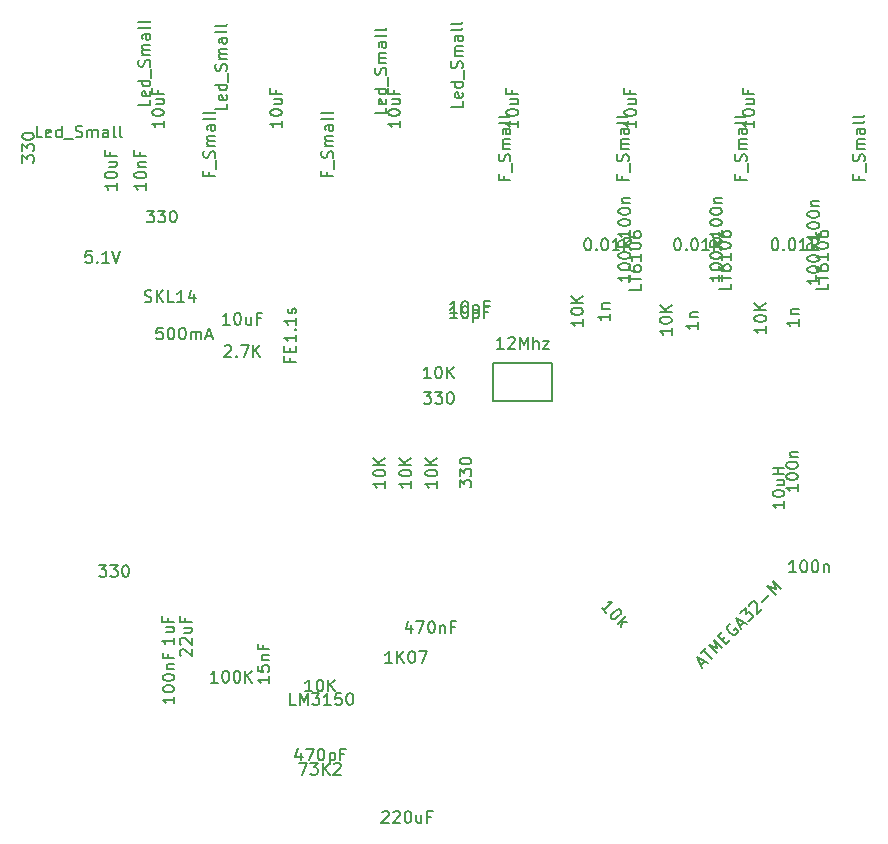
<source format=gbr>
G04 #@! TF.FileFunction,Other,Fab,Top*
%FSLAX46Y46*%
G04 Gerber Fmt 4.6, Leading zero omitted, Abs format (unit mm)*
G04 Created by KiCad (PCBNEW 4.0.1-stable) date 07.06.2016 17:51:43*
%MOMM*%
G01*
G04 APERTURE LIST*
%ADD10C,0.100000*%
%ADD11C,0.150000*%
G04 APERTURE END LIST*
D10*
D11*
X136250000Y-77100000D02*
X136250000Y-80300000D01*
X141250000Y-77100000D02*
X136250000Y-77100000D01*
X141250000Y-80300000D02*
X141250000Y-77100000D01*
X136250000Y-80300000D02*
X141250000Y-80300000D01*
X119028571Y-76654761D02*
X119028571Y-76988095D01*
X119552381Y-76988095D02*
X118552381Y-76988095D01*
X118552381Y-76511904D01*
X119028571Y-76130952D02*
X119028571Y-75797618D01*
X119552381Y-75654761D02*
X119552381Y-76130952D01*
X118552381Y-76130952D01*
X118552381Y-75654761D01*
X119552381Y-74702380D02*
X119552381Y-75273809D01*
X119552381Y-74988095D02*
X118552381Y-74988095D01*
X118695238Y-75083333D01*
X118790476Y-75178571D01*
X118838095Y-75273809D01*
X119457143Y-74273809D02*
X119504762Y-74226190D01*
X119552381Y-74273809D01*
X119504762Y-74321428D01*
X119457143Y-74273809D01*
X119552381Y-74273809D01*
X119552381Y-73273809D02*
X119552381Y-73845238D01*
X119552381Y-73559524D02*
X118552381Y-73559524D01*
X118695238Y-73654762D01*
X118790476Y-73750000D01*
X118838095Y-73845238D01*
X119504762Y-72892857D02*
X119552381Y-72797619D01*
X119552381Y-72607143D01*
X119504762Y-72511904D01*
X119409524Y-72464285D01*
X119361905Y-72464285D01*
X119266667Y-72511904D01*
X119219048Y-72607143D01*
X119219048Y-72750000D01*
X119171429Y-72845238D01*
X119076190Y-72892857D01*
X119028571Y-72892857D01*
X118933333Y-72845238D01*
X118885714Y-72750000D01*
X118885714Y-72607143D01*
X118933333Y-72511904D01*
X98079551Y-58002381D02*
X97603360Y-58002381D01*
X97603360Y-57002381D01*
X98793837Y-57954762D02*
X98698599Y-58002381D01*
X98508122Y-58002381D01*
X98412884Y-57954762D01*
X98365265Y-57859524D01*
X98365265Y-57478571D01*
X98412884Y-57383333D01*
X98508122Y-57335714D01*
X98698599Y-57335714D01*
X98793837Y-57383333D01*
X98841456Y-57478571D01*
X98841456Y-57573810D01*
X98365265Y-57669048D01*
X99698599Y-58002381D02*
X99698599Y-57002381D01*
X99698599Y-57954762D02*
X99603361Y-58002381D01*
X99412884Y-58002381D01*
X99317646Y-57954762D01*
X99270027Y-57907143D01*
X99222408Y-57811905D01*
X99222408Y-57526190D01*
X99270027Y-57430952D01*
X99317646Y-57383333D01*
X99412884Y-57335714D01*
X99603361Y-57335714D01*
X99698599Y-57383333D01*
X99936694Y-58097619D02*
X100698599Y-58097619D01*
X100889075Y-57954762D02*
X101031932Y-58002381D01*
X101270028Y-58002381D01*
X101365266Y-57954762D01*
X101412885Y-57907143D01*
X101460504Y-57811905D01*
X101460504Y-57716667D01*
X101412885Y-57621429D01*
X101365266Y-57573810D01*
X101270028Y-57526190D01*
X101079551Y-57478571D01*
X100984313Y-57430952D01*
X100936694Y-57383333D01*
X100889075Y-57288095D01*
X100889075Y-57192857D01*
X100936694Y-57097619D01*
X100984313Y-57050000D01*
X101079551Y-57002381D01*
X101317647Y-57002381D01*
X101460504Y-57050000D01*
X101889075Y-58002381D02*
X101889075Y-57335714D01*
X101889075Y-57430952D02*
X101936694Y-57383333D01*
X102031932Y-57335714D01*
X102174790Y-57335714D01*
X102270028Y-57383333D01*
X102317647Y-57478571D01*
X102317647Y-58002381D01*
X102317647Y-57478571D02*
X102365266Y-57383333D01*
X102460504Y-57335714D01*
X102603361Y-57335714D01*
X102698599Y-57383333D01*
X102746218Y-57478571D01*
X102746218Y-58002381D01*
X103650980Y-58002381D02*
X103650980Y-57478571D01*
X103603361Y-57383333D01*
X103508123Y-57335714D01*
X103317646Y-57335714D01*
X103222408Y-57383333D01*
X103650980Y-57954762D02*
X103555742Y-58002381D01*
X103317646Y-58002381D01*
X103222408Y-57954762D01*
X103174789Y-57859524D01*
X103174789Y-57764286D01*
X103222408Y-57669048D01*
X103317646Y-57621429D01*
X103555742Y-57621429D01*
X103650980Y-57573810D01*
X104270027Y-58002381D02*
X104174789Y-57954762D01*
X104127170Y-57859524D01*
X104127170Y-57002381D01*
X104793837Y-58002381D02*
X104698599Y-57954762D01*
X104650980Y-57859524D01*
X104650980Y-57002381D01*
X102245299Y-67612381D02*
X101769108Y-67612381D01*
X101721489Y-68088571D01*
X101769108Y-68040952D01*
X101864346Y-67993333D01*
X102102442Y-67993333D01*
X102197680Y-68040952D01*
X102245299Y-68088571D01*
X102292918Y-68183810D01*
X102292918Y-68421905D01*
X102245299Y-68517143D01*
X102197680Y-68564762D01*
X102102442Y-68612381D01*
X101864346Y-68612381D01*
X101769108Y-68564762D01*
X101721489Y-68517143D01*
X102721489Y-68517143D02*
X102769108Y-68564762D01*
X102721489Y-68612381D01*
X102673870Y-68564762D01*
X102721489Y-68517143D01*
X102721489Y-68612381D01*
X103721489Y-68612381D02*
X103150060Y-68612381D01*
X103435774Y-68612381D02*
X103435774Y-67612381D01*
X103340536Y-67755238D01*
X103245298Y-67850476D01*
X103150060Y-67898095D01*
X104007203Y-67612381D02*
X104340536Y-68612381D01*
X104673870Y-67612381D01*
X133662381Y-54951289D02*
X133662381Y-55427480D01*
X132662381Y-55427480D01*
X133614762Y-54237003D02*
X133662381Y-54332241D01*
X133662381Y-54522718D01*
X133614762Y-54617956D01*
X133519524Y-54665575D01*
X133138571Y-54665575D01*
X133043333Y-54617956D01*
X132995714Y-54522718D01*
X132995714Y-54332241D01*
X133043333Y-54237003D01*
X133138571Y-54189384D01*
X133233810Y-54189384D01*
X133329048Y-54665575D01*
X133662381Y-53332241D02*
X132662381Y-53332241D01*
X133614762Y-53332241D02*
X133662381Y-53427479D01*
X133662381Y-53617956D01*
X133614762Y-53713194D01*
X133567143Y-53760813D01*
X133471905Y-53808432D01*
X133186190Y-53808432D01*
X133090952Y-53760813D01*
X133043333Y-53713194D01*
X132995714Y-53617956D01*
X132995714Y-53427479D01*
X133043333Y-53332241D01*
X133757619Y-53094146D02*
X133757619Y-52332241D01*
X133614762Y-52141765D02*
X133662381Y-51998908D01*
X133662381Y-51760812D01*
X133614762Y-51665574D01*
X133567143Y-51617955D01*
X133471905Y-51570336D01*
X133376667Y-51570336D01*
X133281429Y-51617955D01*
X133233810Y-51665574D01*
X133186190Y-51760812D01*
X133138571Y-51951289D01*
X133090952Y-52046527D01*
X133043333Y-52094146D01*
X132948095Y-52141765D01*
X132852857Y-52141765D01*
X132757619Y-52094146D01*
X132710000Y-52046527D01*
X132662381Y-51951289D01*
X132662381Y-51713193D01*
X132710000Y-51570336D01*
X133662381Y-51141765D02*
X132995714Y-51141765D01*
X133090952Y-51141765D02*
X133043333Y-51094146D01*
X132995714Y-50998908D01*
X132995714Y-50856050D01*
X133043333Y-50760812D01*
X133138571Y-50713193D01*
X133662381Y-50713193D01*
X133138571Y-50713193D02*
X133043333Y-50665574D01*
X132995714Y-50570336D01*
X132995714Y-50427479D01*
X133043333Y-50332241D01*
X133138571Y-50284622D01*
X133662381Y-50284622D01*
X133662381Y-49379860D02*
X133138571Y-49379860D01*
X133043333Y-49427479D01*
X132995714Y-49522717D01*
X132995714Y-49713194D01*
X133043333Y-49808432D01*
X133614762Y-49379860D02*
X133662381Y-49475098D01*
X133662381Y-49713194D01*
X133614762Y-49808432D01*
X133519524Y-49856051D01*
X133424286Y-49856051D01*
X133329048Y-49808432D01*
X133281429Y-49713194D01*
X133281429Y-49475098D01*
X133233810Y-49379860D01*
X133662381Y-48760813D02*
X133614762Y-48856051D01*
X133519524Y-48903670D01*
X132662381Y-48903670D01*
X133662381Y-48237003D02*
X133614762Y-48332241D01*
X133519524Y-48379860D01*
X132662381Y-48379860D01*
X127202381Y-55491289D02*
X127202381Y-55967480D01*
X126202381Y-55967480D01*
X127154762Y-54777003D02*
X127202381Y-54872241D01*
X127202381Y-55062718D01*
X127154762Y-55157956D01*
X127059524Y-55205575D01*
X126678571Y-55205575D01*
X126583333Y-55157956D01*
X126535714Y-55062718D01*
X126535714Y-54872241D01*
X126583333Y-54777003D01*
X126678571Y-54729384D01*
X126773810Y-54729384D01*
X126869048Y-55205575D01*
X127202381Y-53872241D02*
X126202381Y-53872241D01*
X127154762Y-53872241D02*
X127202381Y-53967479D01*
X127202381Y-54157956D01*
X127154762Y-54253194D01*
X127107143Y-54300813D01*
X127011905Y-54348432D01*
X126726190Y-54348432D01*
X126630952Y-54300813D01*
X126583333Y-54253194D01*
X126535714Y-54157956D01*
X126535714Y-53967479D01*
X126583333Y-53872241D01*
X127297619Y-53634146D02*
X127297619Y-52872241D01*
X127154762Y-52681765D02*
X127202381Y-52538908D01*
X127202381Y-52300812D01*
X127154762Y-52205574D01*
X127107143Y-52157955D01*
X127011905Y-52110336D01*
X126916667Y-52110336D01*
X126821429Y-52157955D01*
X126773810Y-52205574D01*
X126726190Y-52300812D01*
X126678571Y-52491289D01*
X126630952Y-52586527D01*
X126583333Y-52634146D01*
X126488095Y-52681765D01*
X126392857Y-52681765D01*
X126297619Y-52634146D01*
X126250000Y-52586527D01*
X126202381Y-52491289D01*
X126202381Y-52253193D01*
X126250000Y-52110336D01*
X127202381Y-51681765D02*
X126535714Y-51681765D01*
X126630952Y-51681765D02*
X126583333Y-51634146D01*
X126535714Y-51538908D01*
X126535714Y-51396050D01*
X126583333Y-51300812D01*
X126678571Y-51253193D01*
X127202381Y-51253193D01*
X126678571Y-51253193D02*
X126583333Y-51205574D01*
X126535714Y-51110336D01*
X126535714Y-50967479D01*
X126583333Y-50872241D01*
X126678571Y-50824622D01*
X127202381Y-50824622D01*
X127202381Y-49919860D02*
X126678571Y-49919860D01*
X126583333Y-49967479D01*
X126535714Y-50062717D01*
X126535714Y-50253194D01*
X126583333Y-50348432D01*
X127154762Y-49919860D02*
X127202381Y-50015098D01*
X127202381Y-50253194D01*
X127154762Y-50348432D01*
X127059524Y-50396051D01*
X126964286Y-50396051D01*
X126869048Y-50348432D01*
X126821429Y-50253194D01*
X126821429Y-50015098D01*
X126773810Y-49919860D01*
X127202381Y-49300813D02*
X127154762Y-49396051D01*
X127059524Y-49443670D01*
X126202381Y-49443670D01*
X127202381Y-48777003D02*
X127154762Y-48872241D01*
X127059524Y-48919860D01*
X126202381Y-48919860D01*
X113702381Y-55151569D02*
X113702381Y-55627760D01*
X112702381Y-55627760D01*
X113654762Y-54437283D02*
X113702381Y-54532521D01*
X113702381Y-54722998D01*
X113654762Y-54818236D01*
X113559524Y-54865855D01*
X113178571Y-54865855D01*
X113083333Y-54818236D01*
X113035714Y-54722998D01*
X113035714Y-54532521D01*
X113083333Y-54437283D01*
X113178571Y-54389664D01*
X113273810Y-54389664D01*
X113369048Y-54865855D01*
X113702381Y-53532521D02*
X112702381Y-53532521D01*
X113654762Y-53532521D02*
X113702381Y-53627759D01*
X113702381Y-53818236D01*
X113654762Y-53913474D01*
X113607143Y-53961093D01*
X113511905Y-54008712D01*
X113226190Y-54008712D01*
X113130952Y-53961093D01*
X113083333Y-53913474D01*
X113035714Y-53818236D01*
X113035714Y-53627759D01*
X113083333Y-53532521D01*
X113797619Y-53294426D02*
X113797619Y-52532521D01*
X113654762Y-52342045D02*
X113702381Y-52199188D01*
X113702381Y-51961092D01*
X113654762Y-51865854D01*
X113607143Y-51818235D01*
X113511905Y-51770616D01*
X113416667Y-51770616D01*
X113321429Y-51818235D01*
X113273810Y-51865854D01*
X113226190Y-51961092D01*
X113178571Y-52151569D01*
X113130952Y-52246807D01*
X113083333Y-52294426D01*
X112988095Y-52342045D01*
X112892857Y-52342045D01*
X112797619Y-52294426D01*
X112750000Y-52246807D01*
X112702381Y-52151569D01*
X112702381Y-51913473D01*
X112750000Y-51770616D01*
X113702381Y-51342045D02*
X113035714Y-51342045D01*
X113130952Y-51342045D02*
X113083333Y-51294426D01*
X113035714Y-51199188D01*
X113035714Y-51056330D01*
X113083333Y-50961092D01*
X113178571Y-50913473D01*
X113702381Y-50913473D01*
X113178571Y-50913473D02*
X113083333Y-50865854D01*
X113035714Y-50770616D01*
X113035714Y-50627759D01*
X113083333Y-50532521D01*
X113178571Y-50484902D01*
X113702381Y-50484902D01*
X113702381Y-49580140D02*
X113178571Y-49580140D01*
X113083333Y-49627759D01*
X113035714Y-49722997D01*
X113035714Y-49913474D01*
X113083333Y-50008712D01*
X113654762Y-49580140D02*
X113702381Y-49675378D01*
X113702381Y-49913474D01*
X113654762Y-50008712D01*
X113559524Y-50056331D01*
X113464286Y-50056331D01*
X113369048Y-50008712D01*
X113321429Y-49913474D01*
X113321429Y-49675378D01*
X113273810Y-49580140D01*
X113702381Y-48961093D02*
X113654762Y-49056331D01*
X113559524Y-49103950D01*
X112702381Y-49103950D01*
X113702381Y-48437283D02*
X113654762Y-48532521D01*
X113559524Y-48580140D01*
X112702381Y-48580140D01*
X107202381Y-54820449D02*
X107202381Y-55296640D01*
X106202381Y-55296640D01*
X107154762Y-54106163D02*
X107202381Y-54201401D01*
X107202381Y-54391878D01*
X107154762Y-54487116D01*
X107059524Y-54534735D01*
X106678571Y-54534735D01*
X106583333Y-54487116D01*
X106535714Y-54391878D01*
X106535714Y-54201401D01*
X106583333Y-54106163D01*
X106678571Y-54058544D01*
X106773810Y-54058544D01*
X106869048Y-54534735D01*
X107202381Y-53201401D02*
X106202381Y-53201401D01*
X107154762Y-53201401D02*
X107202381Y-53296639D01*
X107202381Y-53487116D01*
X107154762Y-53582354D01*
X107107143Y-53629973D01*
X107011905Y-53677592D01*
X106726190Y-53677592D01*
X106630952Y-53629973D01*
X106583333Y-53582354D01*
X106535714Y-53487116D01*
X106535714Y-53296639D01*
X106583333Y-53201401D01*
X107297619Y-52963306D02*
X107297619Y-52201401D01*
X107154762Y-52010925D02*
X107202381Y-51868068D01*
X107202381Y-51629972D01*
X107154762Y-51534734D01*
X107107143Y-51487115D01*
X107011905Y-51439496D01*
X106916667Y-51439496D01*
X106821429Y-51487115D01*
X106773810Y-51534734D01*
X106726190Y-51629972D01*
X106678571Y-51820449D01*
X106630952Y-51915687D01*
X106583333Y-51963306D01*
X106488095Y-52010925D01*
X106392857Y-52010925D01*
X106297619Y-51963306D01*
X106250000Y-51915687D01*
X106202381Y-51820449D01*
X106202381Y-51582353D01*
X106250000Y-51439496D01*
X107202381Y-51010925D02*
X106535714Y-51010925D01*
X106630952Y-51010925D02*
X106583333Y-50963306D01*
X106535714Y-50868068D01*
X106535714Y-50725210D01*
X106583333Y-50629972D01*
X106678571Y-50582353D01*
X107202381Y-50582353D01*
X106678571Y-50582353D02*
X106583333Y-50534734D01*
X106535714Y-50439496D01*
X106535714Y-50296639D01*
X106583333Y-50201401D01*
X106678571Y-50153782D01*
X107202381Y-50153782D01*
X107202381Y-49249020D02*
X106678571Y-49249020D01*
X106583333Y-49296639D01*
X106535714Y-49391877D01*
X106535714Y-49582354D01*
X106583333Y-49677592D01*
X107154762Y-49249020D02*
X107202381Y-49344258D01*
X107202381Y-49582354D01*
X107154762Y-49677592D01*
X107059524Y-49725211D01*
X106964286Y-49725211D01*
X106869048Y-49677592D01*
X106821429Y-49582354D01*
X106821429Y-49344258D01*
X106773810Y-49249020D01*
X107202381Y-48629973D02*
X107154762Y-48725211D01*
X107059524Y-48772830D01*
X106202381Y-48772830D01*
X107202381Y-48106163D02*
X107154762Y-48201401D01*
X107059524Y-48249020D01*
X106202381Y-48249020D01*
X119533334Y-106052381D02*
X119057143Y-106052381D01*
X119057143Y-105052381D01*
X119866667Y-106052381D02*
X119866667Y-105052381D01*
X120200001Y-105766667D01*
X120533334Y-105052381D01*
X120533334Y-106052381D01*
X120914286Y-105052381D02*
X121533334Y-105052381D01*
X121200000Y-105433333D01*
X121342858Y-105433333D01*
X121438096Y-105480952D01*
X121485715Y-105528571D01*
X121533334Y-105623810D01*
X121533334Y-105861905D01*
X121485715Y-105957143D01*
X121438096Y-106004762D01*
X121342858Y-106052381D01*
X121057143Y-106052381D01*
X120961905Y-106004762D01*
X120914286Y-105957143D01*
X122485715Y-106052381D02*
X121914286Y-106052381D01*
X122200000Y-106052381D02*
X122200000Y-105052381D01*
X122104762Y-105195238D01*
X122009524Y-105290476D01*
X121914286Y-105338095D01*
X123390477Y-105052381D02*
X122914286Y-105052381D01*
X122866667Y-105528571D01*
X122914286Y-105480952D01*
X123009524Y-105433333D01*
X123247620Y-105433333D01*
X123342858Y-105480952D01*
X123390477Y-105528571D01*
X123438096Y-105623810D01*
X123438096Y-105861905D01*
X123390477Y-105957143D01*
X123342858Y-106004762D01*
X123247620Y-106052381D01*
X123009524Y-106052381D01*
X122914286Y-106004762D01*
X122866667Y-105957143D01*
X124057143Y-105052381D02*
X124152382Y-105052381D01*
X124247620Y-105100000D01*
X124295239Y-105147619D01*
X124342858Y-105242857D01*
X124390477Y-105433333D01*
X124390477Y-105671429D01*
X124342858Y-105861905D01*
X124295239Y-105957143D01*
X124247620Y-106004762D01*
X124152382Y-106052381D01*
X124057143Y-106052381D01*
X123961905Y-106004762D01*
X123914286Y-105957143D01*
X123866667Y-105861905D01*
X123819048Y-105671429D01*
X123819048Y-105433333D01*
X123866667Y-105242857D01*
X123914286Y-105147619D01*
X123961905Y-105100000D01*
X124057143Y-105052381D01*
X120909524Y-104902381D02*
X120338095Y-104902381D01*
X120623809Y-104902381D02*
X120623809Y-103902381D01*
X120528571Y-104045238D01*
X120433333Y-104140476D01*
X120338095Y-104188095D01*
X121528571Y-103902381D02*
X121623810Y-103902381D01*
X121719048Y-103950000D01*
X121766667Y-103997619D01*
X121814286Y-104092857D01*
X121861905Y-104283333D01*
X121861905Y-104521429D01*
X121814286Y-104711905D01*
X121766667Y-104807143D01*
X121719048Y-104854762D01*
X121623810Y-104902381D01*
X121528571Y-104902381D01*
X121433333Y-104854762D01*
X121385714Y-104807143D01*
X121338095Y-104711905D01*
X121290476Y-104521429D01*
X121290476Y-104283333D01*
X121338095Y-104092857D01*
X121385714Y-103997619D01*
X121433333Y-103950000D01*
X121528571Y-103902381D01*
X122290476Y-104902381D02*
X122290476Y-103902381D01*
X122861905Y-104902381D02*
X122433333Y-104330952D01*
X122861905Y-103902381D02*
X122290476Y-104473810D01*
X119814286Y-110952381D02*
X120480953Y-110952381D01*
X120052381Y-111952381D01*
X120766667Y-110952381D02*
X121385715Y-110952381D01*
X121052381Y-111333333D01*
X121195239Y-111333333D01*
X121290477Y-111380952D01*
X121338096Y-111428571D01*
X121385715Y-111523810D01*
X121385715Y-111761905D01*
X121338096Y-111857143D01*
X121290477Y-111904762D01*
X121195239Y-111952381D01*
X120909524Y-111952381D01*
X120814286Y-111904762D01*
X120766667Y-111857143D01*
X121814286Y-111952381D02*
X121814286Y-110952381D01*
X122385715Y-111952381D02*
X121957143Y-111380952D01*
X122385715Y-110952381D02*
X121814286Y-111523810D01*
X122766667Y-111047619D02*
X122814286Y-111000000D01*
X122909524Y-110952381D01*
X123147620Y-110952381D01*
X123242858Y-111000000D01*
X123290477Y-111047619D01*
X123338096Y-111142857D01*
X123338096Y-111238095D01*
X123290477Y-111380952D01*
X122719048Y-111952381D01*
X123338096Y-111952381D01*
X127683334Y-102502381D02*
X127111905Y-102502381D01*
X127397619Y-102502381D02*
X127397619Y-101502381D01*
X127302381Y-101645238D01*
X127207143Y-101740476D01*
X127111905Y-101788095D01*
X128111905Y-102502381D02*
X128111905Y-101502381D01*
X128683334Y-102502381D02*
X128254762Y-101930952D01*
X128683334Y-101502381D02*
X128111905Y-102073810D01*
X129302381Y-101502381D02*
X129397620Y-101502381D01*
X129492858Y-101550000D01*
X129540477Y-101597619D01*
X129588096Y-101692857D01*
X129635715Y-101883333D01*
X129635715Y-102121429D01*
X129588096Y-102311905D01*
X129540477Y-102407143D01*
X129492858Y-102454762D01*
X129397620Y-102502381D01*
X129302381Y-102502381D01*
X129207143Y-102454762D01*
X129159524Y-102407143D01*
X129111905Y-102311905D01*
X129064286Y-102121429D01*
X129064286Y-101883333D01*
X129111905Y-101692857D01*
X129159524Y-101597619D01*
X129207143Y-101550000D01*
X129302381Y-101502381D01*
X129969048Y-101502381D02*
X130635715Y-101502381D01*
X130207143Y-102502381D01*
X112933334Y-104152381D02*
X112361905Y-104152381D01*
X112647619Y-104152381D02*
X112647619Y-103152381D01*
X112552381Y-103295238D01*
X112457143Y-103390476D01*
X112361905Y-103438095D01*
X113552381Y-103152381D02*
X113647620Y-103152381D01*
X113742858Y-103200000D01*
X113790477Y-103247619D01*
X113838096Y-103342857D01*
X113885715Y-103533333D01*
X113885715Y-103771429D01*
X113838096Y-103961905D01*
X113790477Y-104057143D01*
X113742858Y-104104762D01*
X113647620Y-104152381D01*
X113552381Y-104152381D01*
X113457143Y-104104762D01*
X113409524Y-104057143D01*
X113361905Y-103961905D01*
X113314286Y-103771429D01*
X113314286Y-103533333D01*
X113361905Y-103342857D01*
X113409524Y-103247619D01*
X113457143Y-103200000D01*
X113552381Y-103152381D01*
X114504762Y-103152381D02*
X114600001Y-103152381D01*
X114695239Y-103200000D01*
X114742858Y-103247619D01*
X114790477Y-103342857D01*
X114838096Y-103533333D01*
X114838096Y-103771429D01*
X114790477Y-103961905D01*
X114742858Y-104057143D01*
X114695239Y-104104762D01*
X114600001Y-104152381D01*
X114504762Y-104152381D01*
X114409524Y-104104762D01*
X114361905Y-104057143D01*
X114314286Y-103961905D01*
X114266667Y-103771429D01*
X114266667Y-103533333D01*
X114314286Y-103342857D01*
X114361905Y-103247619D01*
X114409524Y-103200000D01*
X114504762Y-103152381D01*
X115266667Y-104152381D02*
X115266667Y-103152381D01*
X115838096Y-104152381D02*
X115409524Y-103580952D01*
X115838096Y-103152381D02*
X115266667Y-103723810D01*
X126831772Y-115142619D02*
X126879391Y-115095000D01*
X126974629Y-115047381D01*
X127212725Y-115047381D01*
X127307963Y-115095000D01*
X127355582Y-115142619D01*
X127403201Y-115237857D01*
X127403201Y-115333095D01*
X127355582Y-115475952D01*
X126784153Y-116047381D01*
X127403201Y-116047381D01*
X127784153Y-115142619D02*
X127831772Y-115095000D01*
X127927010Y-115047381D01*
X128165106Y-115047381D01*
X128260344Y-115095000D01*
X128307963Y-115142619D01*
X128355582Y-115237857D01*
X128355582Y-115333095D01*
X128307963Y-115475952D01*
X127736534Y-116047381D01*
X128355582Y-116047381D01*
X128974629Y-115047381D02*
X129069868Y-115047381D01*
X129165106Y-115095000D01*
X129212725Y-115142619D01*
X129260344Y-115237857D01*
X129307963Y-115428333D01*
X129307963Y-115666429D01*
X129260344Y-115856905D01*
X129212725Y-115952143D01*
X129165106Y-115999762D01*
X129069868Y-116047381D01*
X128974629Y-116047381D01*
X128879391Y-115999762D01*
X128831772Y-115952143D01*
X128784153Y-115856905D01*
X128736534Y-115666429D01*
X128736534Y-115428333D01*
X128784153Y-115237857D01*
X128831772Y-115142619D01*
X128879391Y-115095000D01*
X128974629Y-115047381D01*
X130165106Y-115380714D02*
X130165106Y-116047381D01*
X129736534Y-115380714D02*
X129736534Y-115904524D01*
X129784153Y-115999762D01*
X129879391Y-116047381D01*
X130022249Y-116047381D01*
X130117487Y-115999762D01*
X130165106Y-115952143D01*
X130974630Y-115523571D02*
X130641296Y-115523571D01*
X130641296Y-116047381D02*
X130641296Y-115047381D01*
X131117487Y-115047381D01*
X119957143Y-110085714D02*
X119957143Y-110752381D01*
X119719047Y-109704762D02*
X119480952Y-110419048D01*
X120100000Y-110419048D01*
X120385714Y-109752381D02*
X121052381Y-109752381D01*
X120623809Y-110752381D01*
X121623809Y-109752381D02*
X121719048Y-109752381D01*
X121814286Y-109800000D01*
X121861905Y-109847619D01*
X121909524Y-109942857D01*
X121957143Y-110133333D01*
X121957143Y-110371429D01*
X121909524Y-110561905D01*
X121861905Y-110657143D01*
X121814286Y-110704762D01*
X121719048Y-110752381D01*
X121623809Y-110752381D01*
X121528571Y-110704762D01*
X121480952Y-110657143D01*
X121433333Y-110561905D01*
X121385714Y-110371429D01*
X121385714Y-110133333D01*
X121433333Y-109942857D01*
X121480952Y-109847619D01*
X121528571Y-109800000D01*
X121623809Y-109752381D01*
X122385714Y-110085714D02*
X122385714Y-111085714D01*
X122385714Y-110133333D02*
X122480952Y-110085714D01*
X122671429Y-110085714D01*
X122766667Y-110133333D01*
X122814286Y-110180952D01*
X122861905Y-110276190D01*
X122861905Y-110561905D01*
X122814286Y-110657143D01*
X122766667Y-110704762D01*
X122671429Y-110752381D01*
X122480952Y-110752381D01*
X122385714Y-110704762D01*
X123623810Y-110228571D02*
X123290476Y-110228571D01*
X123290476Y-110752381D02*
X123290476Y-109752381D01*
X123766667Y-109752381D01*
X109202381Y-100345238D02*
X109202381Y-100916667D01*
X109202381Y-100630953D02*
X108202381Y-100630953D01*
X108345238Y-100726191D01*
X108440476Y-100821429D01*
X108488095Y-100916667D01*
X108535714Y-99488095D02*
X109202381Y-99488095D01*
X108535714Y-99916667D02*
X109059524Y-99916667D01*
X109154762Y-99869048D01*
X109202381Y-99773810D01*
X109202381Y-99630952D01*
X109154762Y-99535714D01*
X109107143Y-99488095D01*
X108678571Y-98678571D02*
X108678571Y-99011905D01*
X109202381Y-99011905D02*
X108202381Y-99011905D01*
X108202381Y-98535714D01*
X129307143Y-99285714D02*
X129307143Y-99952381D01*
X129069047Y-98904762D02*
X128830952Y-99619048D01*
X129450000Y-99619048D01*
X129735714Y-98952381D02*
X130402381Y-98952381D01*
X129973809Y-99952381D01*
X130973809Y-98952381D02*
X131069048Y-98952381D01*
X131164286Y-99000000D01*
X131211905Y-99047619D01*
X131259524Y-99142857D01*
X131307143Y-99333333D01*
X131307143Y-99571429D01*
X131259524Y-99761905D01*
X131211905Y-99857143D01*
X131164286Y-99904762D01*
X131069048Y-99952381D01*
X130973809Y-99952381D01*
X130878571Y-99904762D01*
X130830952Y-99857143D01*
X130783333Y-99761905D01*
X130735714Y-99571429D01*
X130735714Y-99333333D01*
X130783333Y-99142857D01*
X130830952Y-99047619D01*
X130878571Y-99000000D01*
X130973809Y-98952381D01*
X131735714Y-99285714D02*
X131735714Y-99952381D01*
X131735714Y-99380952D02*
X131783333Y-99333333D01*
X131878571Y-99285714D01*
X132021429Y-99285714D01*
X132116667Y-99333333D01*
X132164286Y-99428571D01*
X132164286Y-99952381D01*
X132973810Y-99428571D02*
X132640476Y-99428571D01*
X132640476Y-99952381D02*
X132640476Y-98952381D01*
X133116667Y-98952381D01*
X117302381Y-103621428D02*
X117302381Y-104192857D01*
X117302381Y-103907143D02*
X116302381Y-103907143D01*
X116445238Y-104002381D01*
X116540476Y-104097619D01*
X116588095Y-104192857D01*
X116302381Y-102716666D02*
X116302381Y-103192857D01*
X116778571Y-103240476D01*
X116730952Y-103192857D01*
X116683333Y-103097619D01*
X116683333Y-102859523D01*
X116730952Y-102764285D01*
X116778571Y-102716666D01*
X116873810Y-102669047D01*
X117111905Y-102669047D01*
X117207143Y-102716666D01*
X117254762Y-102764285D01*
X117302381Y-102859523D01*
X117302381Y-103097619D01*
X117254762Y-103192857D01*
X117207143Y-103240476D01*
X116635714Y-102240476D02*
X117302381Y-102240476D01*
X116730952Y-102240476D02*
X116683333Y-102192857D01*
X116635714Y-102097619D01*
X116635714Y-101954761D01*
X116683333Y-101859523D01*
X116778571Y-101811904D01*
X117302381Y-101811904D01*
X116778571Y-101002380D02*
X116778571Y-101335714D01*
X117302381Y-101335714D02*
X116302381Y-101335714D01*
X116302381Y-100859523D01*
X109252381Y-105347619D02*
X109252381Y-105919048D01*
X109252381Y-105633334D02*
X108252381Y-105633334D01*
X108395238Y-105728572D01*
X108490476Y-105823810D01*
X108538095Y-105919048D01*
X108252381Y-104728572D02*
X108252381Y-104633333D01*
X108300000Y-104538095D01*
X108347619Y-104490476D01*
X108442857Y-104442857D01*
X108633333Y-104395238D01*
X108871429Y-104395238D01*
X109061905Y-104442857D01*
X109157143Y-104490476D01*
X109204762Y-104538095D01*
X109252381Y-104633333D01*
X109252381Y-104728572D01*
X109204762Y-104823810D01*
X109157143Y-104871429D01*
X109061905Y-104919048D01*
X108871429Y-104966667D01*
X108633333Y-104966667D01*
X108442857Y-104919048D01*
X108347619Y-104871429D01*
X108300000Y-104823810D01*
X108252381Y-104728572D01*
X108252381Y-103776191D02*
X108252381Y-103680952D01*
X108300000Y-103585714D01*
X108347619Y-103538095D01*
X108442857Y-103490476D01*
X108633333Y-103442857D01*
X108871429Y-103442857D01*
X109061905Y-103490476D01*
X109157143Y-103538095D01*
X109204762Y-103585714D01*
X109252381Y-103680952D01*
X109252381Y-103776191D01*
X109204762Y-103871429D01*
X109157143Y-103919048D01*
X109061905Y-103966667D01*
X108871429Y-104014286D01*
X108633333Y-104014286D01*
X108442857Y-103966667D01*
X108347619Y-103919048D01*
X108300000Y-103871429D01*
X108252381Y-103776191D01*
X108585714Y-103014286D02*
X109252381Y-103014286D01*
X108680952Y-103014286D02*
X108633333Y-102966667D01*
X108585714Y-102871429D01*
X108585714Y-102728571D01*
X108633333Y-102633333D01*
X108728571Y-102585714D01*
X109252381Y-102585714D01*
X108728571Y-101776190D02*
X108728571Y-102109524D01*
X109252381Y-102109524D02*
X108252381Y-102109524D01*
X108252381Y-101633333D01*
X109797619Y-101892857D02*
X109750000Y-101845238D01*
X109702381Y-101750000D01*
X109702381Y-101511904D01*
X109750000Y-101416666D01*
X109797619Y-101369047D01*
X109892857Y-101321428D01*
X109988095Y-101321428D01*
X110130952Y-101369047D01*
X110702381Y-101940476D01*
X110702381Y-101321428D01*
X109797619Y-100940476D02*
X109750000Y-100892857D01*
X109702381Y-100797619D01*
X109702381Y-100559523D01*
X109750000Y-100464285D01*
X109797619Y-100416666D01*
X109892857Y-100369047D01*
X109988095Y-100369047D01*
X110130952Y-100416666D01*
X110702381Y-100988095D01*
X110702381Y-100369047D01*
X110035714Y-99511904D02*
X110702381Y-99511904D01*
X110035714Y-99940476D02*
X110559524Y-99940476D01*
X110654762Y-99892857D01*
X110702381Y-99797619D01*
X110702381Y-99654761D01*
X110654762Y-99559523D01*
X110607143Y-99511904D01*
X110178571Y-98702380D02*
X110178571Y-99035714D01*
X110702381Y-99035714D02*
X109702381Y-99035714D01*
X109702381Y-98559523D01*
X137130953Y-75902381D02*
X136559524Y-75902381D01*
X136845238Y-75902381D02*
X136845238Y-74902381D01*
X136750000Y-75045238D01*
X136654762Y-75140476D01*
X136559524Y-75188095D01*
X137511905Y-74997619D02*
X137559524Y-74950000D01*
X137654762Y-74902381D01*
X137892858Y-74902381D01*
X137988096Y-74950000D01*
X138035715Y-74997619D01*
X138083334Y-75092857D01*
X138083334Y-75188095D01*
X138035715Y-75330952D01*
X137464286Y-75902381D01*
X138083334Y-75902381D01*
X138511905Y-75902381D02*
X138511905Y-74902381D01*
X138845239Y-75616667D01*
X139178572Y-74902381D01*
X139178572Y-75902381D01*
X139654762Y-75902381D02*
X139654762Y-74902381D01*
X140083334Y-75902381D02*
X140083334Y-75378571D01*
X140035715Y-75283333D01*
X139940477Y-75235714D01*
X139797619Y-75235714D01*
X139702381Y-75283333D01*
X139654762Y-75330952D01*
X140464286Y-75235714D02*
X140988096Y-75235714D01*
X140464286Y-75902381D01*
X140988096Y-75902381D01*
X106865956Y-61851427D02*
X106865956Y-62422856D01*
X106865956Y-62137142D02*
X105865956Y-62137142D01*
X106008813Y-62232380D01*
X106104051Y-62327618D01*
X106151670Y-62422856D01*
X105865956Y-61232380D02*
X105865956Y-61137141D01*
X105913575Y-61041903D01*
X105961194Y-60994284D01*
X106056432Y-60946665D01*
X106246908Y-60899046D01*
X106485004Y-60899046D01*
X106675480Y-60946665D01*
X106770718Y-60994284D01*
X106818337Y-61041903D01*
X106865956Y-61137141D01*
X106865956Y-61232380D01*
X106818337Y-61327618D01*
X106770718Y-61375237D01*
X106675480Y-61422856D01*
X106485004Y-61470475D01*
X106246908Y-61470475D01*
X106056432Y-61422856D01*
X105961194Y-61375237D01*
X105913575Y-61327618D01*
X105865956Y-61232380D01*
X106199289Y-60470475D02*
X106865956Y-60470475D01*
X106294527Y-60470475D02*
X106246908Y-60422856D01*
X106199289Y-60327618D01*
X106199289Y-60184760D01*
X106246908Y-60089522D01*
X106342146Y-60041903D01*
X106865956Y-60041903D01*
X106342146Y-59232379D02*
X106342146Y-59565713D01*
X106865956Y-59565713D02*
X105865956Y-59565713D01*
X105865956Y-59089522D01*
X153802294Y-102669301D02*
X154139012Y-102332583D01*
X153936981Y-102938675D02*
X153465576Y-101995866D01*
X154408385Y-102467270D01*
X153835965Y-101625476D02*
X154240027Y-101221415D01*
X154745103Y-102130553D02*
X154037996Y-101423446D01*
X155182836Y-101692820D02*
X154475729Y-100985713D01*
X155216508Y-101255087D01*
X154947134Y-100514308D01*
X155654240Y-101221415D01*
X155620568Y-100514308D02*
X155856271Y-100278605D01*
X156327675Y-100547980D02*
X155990958Y-100884698D01*
X155283851Y-100177591D01*
X155620569Y-99840873D01*
X156327675Y-99201110D02*
X156226660Y-99234782D01*
X156125645Y-99335797D01*
X156058301Y-99470484D01*
X156058301Y-99605171D01*
X156091973Y-99706186D01*
X156192988Y-99874545D01*
X156294004Y-99975561D01*
X156462362Y-100076576D01*
X156563377Y-100110248D01*
X156698064Y-100110248D01*
X156832752Y-100042903D01*
X156900095Y-99975560D01*
X156967439Y-99840873D01*
X156967439Y-99773530D01*
X156731737Y-99537828D01*
X156597050Y-99672515D01*
X157102126Y-99369469D02*
X157438844Y-99032751D01*
X157236813Y-99638843D02*
X156765408Y-98696034D01*
X157708217Y-99167438D01*
X157169469Y-98291973D02*
X157607202Y-97854240D01*
X157640873Y-98359316D01*
X157741889Y-98258300D01*
X157842904Y-98224629D01*
X157910248Y-98224629D01*
X158011263Y-98258301D01*
X158179622Y-98426660D01*
X158213294Y-98527675D01*
X158213294Y-98595018D01*
X158179622Y-98696033D01*
X157977591Y-98898064D01*
X157876576Y-98931736D01*
X157809232Y-98931736D01*
X157943919Y-97652209D02*
X157943919Y-97584866D01*
X157977591Y-97483851D01*
X158145950Y-97315491D01*
X158246965Y-97281820D01*
X158314309Y-97281820D01*
X158415324Y-97315491D01*
X158482667Y-97382835D01*
X158550011Y-97517522D01*
X158550011Y-98325644D01*
X158987744Y-97887911D01*
X159021416Y-97315492D02*
X159560164Y-96776744D01*
X160166255Y-96709401D02*
X159459148Y-96002294D01*
X160199927Y-96271668D01*
X159930553Y-95530889D01*
X160637660Y-96237996D01*
X161880953Y-94802381D02*
X161309524Y-94802381D01*
X161595238Y-94802381D02*
X161595238Y-93802381D01*
X161500000Y-93945238D01*
X161404762Y-94040476D01*
X161309524Y-94088095D01*
X162500000Y-93802381D02*
X162595239Y-93802381D01*
X162690477Y-93850000D01*
X162738096Y-93897619D01*
X162785715Y-93992857D01*
X162833334Y-94183333D01*
X162833334Y-94421429D01*
X162785715Y-94611905D01*
X162738096Y-94707143D01*
X162690477Y-94754762D01*
X162595239Y-94802381D01*
X162500000Y-94802381D01*
X162404762Y-94754762D01*
X162357143Y-94707143D01*
X162309524Y-94611905D01*
X162261905Y-94421429D01*
X162261905Y-94183333D01*
X162309524Y-93992857D01*
X162357143Y-93897619D01*
X162404762Y-93850000D01*
X162500000Y-93802381D01*
X163452381Y-93802381D02*
X163547620Y-93802381D01*
X163642858Y-93850000D01*
X163690477Y-93897619D01*
X163738096Y-93992857D01*
X163785715Y-94183333D01*
X163785715Y-94421429D01*
X163738096Y-94611905D01*
X163690477Y-94707143D01*
X163642858Y-94754762D01*
X163547620Y-94802381D01*
X163452381Y-94802381D01*
X163357143Y-94754762D01*
X163309524Y-94707143D01*
X163261905Y-94611905D01*
X163214286Y-94421429D01*
X163214286Y-94183333D01*
X163261905Y-93992857D01*
X163309524Y-93897619D01*
X163357143Y-93850000D01*
X163452381Y-93802381D01*
X164214286Y-94135714D02*
X164214286Y-94802381D01*
X164214286Y-94230952D02*
X164261905Y-94183333D01*
X164357143Y-94135714D01*
X164500001Y-94135714D01*
X164595239Y-94183333D01*
X164642858Y-94278571D01*
X164642858Y-94802381D01*
X144211905Y-66552381D02*
X144307144Y-66552381D01*
X144402382Y-66600000D01*
X144450001Y-66647619D01*
X144497620Y-66742857D01*
X144545239Y-66933333D01*
X144545239Y-67171429D01*
X144497620Y-67361905D01*
X144450001Y-67457143D01*
X144402382Y-67504762D01*
X144307144Y-67552381D01*
X144211905Y-67552381D01*
X144116667Y-67504762D01*
X144069048Y-67457143D01*
X144021429Y-67361905D01*
X143973810Y-67171429D01*
X143973810Y-66933333D01*
X144021429Y-66742857D01*
X144069048Y-66647619D01*
X144116667Y-66600000D01*
X144211905Y-66552381D01*
X144973810Y-67457143D02*
X145021429Y-67504762D01*
X144973810Y-67552381D01*
X144926191Y-67504762D01*
X144973810Y-67457143D01*
X144973810Y-67552381D01*
X145640476Y-66552381D02*
X145735715Y-66552381D01*
X145830953Y-66600000D01*
X145878572Y-66647619D01*
X145926191Y-66742857D01*
X145973810Y-66933333D01*
X145973810Y-67171429D01*
X145926191Y-67361905D01*
X145878572Y-67457143D01*
X145830953Y-67504762D01*
X145735715Y-67552381D01*
X145640476Y-67552381D01*
X145545238Y-67504762D01*
X145497619Y-67457143D01*
X145450000Y-67361905D01*
X145402381Y-67171429D01*
X145402381Y-66933333D01*
X145450000Y-66742857D01*
X145497619Y-66647619D01*
X145545238Y-66600000D01*
X145640476Y-66552381D01*
X146926191Y-67552381D02*
X146354762Y-67552381D01*
X146640476Y-67552381D02*
X146640476Y-66552381D01*
X146545238Y-66695238D01*
X146450000Y-66790476D01*
X146354762Y-66838095D01*
X147926191Y-67552381D02*
X147592857Y-67076190D01*
X147354762Y-67552381D02*
X147354762Y-66552381D01*
X147735715Y-66552381D01*
X147830953Y-66600000D01*
X147878572Y-66647619D01*
X147926191Y-66742857D01*
X147926191Y-66885714D01*
X147878572Y-66980952D01*
X147830953Y-67028571D01*
X147735715Y-67076190D01*
X147354762Y-67076190D01*
X133178572Y-73302381D02*
X132607143Y-73302381D01*
X132892857Y-73302381D02*
X132892857Y-72302381D01*
X132797619Y-72445238D01*
X132702381Y-72540476D01*
X132607143Y-72588095D01*
X133797619Y-72302381D02*
X133892858Y-72302381D01*
X133988096Y-72350000D01*
X134035715Y-72397619D01*
X134083334Y-72492857D01*
X134130953Y-72683333D01*
X134130953Y-72921429D01*
X134083334Y-73111905D01*
X134035715Y-73207143D01*
X133988096Y-73254762D01*
X133892858Y-73302381D01*
X133797619Y-73302381D01*
X133702381Y-73254762D01*
X133654762Y-73207143D01*
X133607143Y-73111905D01*
X133559524Y-72921429D01*
X133559524Y-72683333D01*
X133607143Y-72492857D01*
X133654762Y-72397619D01*
X133702381Y-72350000D01*
X133797619Y-72302381D01*
X134559524Y-72635714D02*
X134559524Y-73635714D01*
X134559524Y-72683333D02*
X134654762Y-72635714D01*
X134845239Y-72635714D01*
X134940477Y-72683333D01*
X134988096Y-72730952D01*
X135035715Y-72826190D01*
X135035715Y-73111905D01*
X134988096Y-73207143D01*
X134940477Y-73254762D01*
X134845239Y-73302381D01*
X134654762Y-73302381D01*
X134559524Y-73254762D01*
X135797620Y-72778571D02*
X135464286Y-72778571D01*
X135464286Y-73302381D02*
X135464286Y-72302381D01*
X135940477Y-72302381D01*
X133178572Y-72852381D02*
X132607143Y-72852381D01*
X132892857Y-72852381D02*
X132892857Y-71852381D01*
X132797619Y-71995238D01*
X132702381Y-72090476D01*
X132607143Y-72138095D01*
X133797619Y-71852381D02*
X133892858Y-71852381D01*
X133988096Y-71900000D01*
X134035715Y-71947619D01*
X134083334Y-72042857D01*
X134130953Y-72233333D01*
X134130953Y-72471429D01*
X134083334Y-72661905D01*
X134035715Y-72757143D01*
X133988096Y-72804762D01*
X133892858Y-72852381D01*
X133797619Y-72852381D01*
X133702381Y-72804762D01*
X133654762Y-72757143D01*
X133607143Y-72661905D01*
X133559524Y-72471429D01*
X133559524Y-72233333D01*
X133607143Y-72042857D01*
X133654762Y-71947619D01*
X133702381Y-71900000D01*
X133797619Y-71852381D01*
X134559524Y-72185714D02*
X134559524Y-73185714D01*
X134559524Y-72233333D02*
X134654762Y-72185714D01*
X134845239Y-72185714D01*
X134940477Y-72233333D01*
X134988096Y-72280952D01*
X135035715Y-72376190D01*
X135035715Y-72661905D01*
X134988096Y-72757143D01*
X134940477Y-72804762D01*
X134845239Y-72852381D01*
X134654762Y-72852381D01*
X134559524Y-72804762D01*
X135797620Y-72328571D02*
X135464286Y-72328571D01*
X135464286Y-72852381D02*
X135464286Y-71852381D01*
X135940477Y-71852381D01*
X112179211Y-60957283D02*
X112179211Y-61290617D01*
X112703021Y-61290617D02*
X111703021Y-61290617D01*
X111703021Y-60814426D01*
X112798259Y-60671569D02*
X112798259Y-59909664D01*
X112655402Y-59719188D02*
X112703021Y-59576331D01*
X112703021Y-59338235D01*
X112655402Y-59242997D01*
X112607783Y-59195378D01*
X112512545Y-59147759D01*
X112417307Y-59147759D01*
X112322069Y-59195378D01*
X112274450Y-59242997D01*
X112226830Y-59338235D01*
X112179211Y-59528712D01*
X112131592Y-59623950D01*
X112083973Y-59671569D01*
X111988735Y-59719188D01*
X111893497Y-59719188D01*
X111798259Y-59671569D01*
X111750640Y-59623950D01*
X111703021Y-59528712D01*
X111703021Y-59290616D01*
X111750640Y-59147759D01*
X112703021Y-58719188D02*
X112036354Y-58719188D01*
X112131592Y-58719188D02*
X112083973Y-58671569D01*
X112036354Y-58576331D01*
X112036354Y-58433473D01*
X112083973Y-58338235D01*
X112179211Y-58290616D01*
X112703021Y-58290616D01*
X112179211Y-58290616D02*
X112083973Y-58242997D01*
X112036354Y-58147759D01*
X112036354Y-58004902D01*
X112083973Y-57909664D01*
X112179211Y-57862045D01*
X112703021Y-57862045D01*
X112703021Y-56957283D02*
X112179211Y-56957283D01*
X112083973Y-57004902D01*
X112036354Y-57100140D01*
X112036354Y-57290617D01*
X112083973Y-57385855D01*
X112655402Y-56957283D02*
X112703021Y-57052521D01*
X112703021Y-57290617D01*
X112655402Y-57385855D01*
X112560164Y-57433474D01*
X112464926Y-57433474D01*
X112369688Y-57385855D01*
X112322069Y-57290617D01*
X112322069Y-57052521D01*
X112274450Y-56957283D01*
X112703021Y-56338236D02*
X112655402Y-56433474D01*
X112560164Y-56481093D01*
X111703021Y-56481093D01*
X112703021Y-55814426D02*
X112655402Y-55909664D01*
X112560164Y-55957283D01*
X111703021Y-55957283D01*
X122179211Y-60957283D02*
X122179211Y-61290617D01*
X122703021Y-61290617D02*
X121703021Y-61290617D01*
X121703021Y-60814426D01*
X122798259Y-60671569D02*
X122798259Y-59909664D01*
X122655402Y-59719188D02*
X122703021Y-59576331D01*
X122703021Y-59338235D01*
X122655402Y-59242997D01*
X122607783Y-59195378D01*
X122512545Y-59147759D01*
X122417307Y-59147759D01*
X122322069Y-59195378D01*
X122274450Y-59242997D01*
X122226830Y-59338235D01*
X122179211Y-59528712D01*
X122131592Y-59623950D01*
X122083973Y-59671569D01*
X121988735Y-59719188D01*
X121893497Y-59719188D01*
X121798259Y-59671569D01*
X121750640Y-59623950D01*
X121703021Y-59528712D01*
X121703021Y-59290616D01*
X121750640Y-59147759D01*
X122703021Y-58719188D02*
X122036354Y-58719188D01*
X122131592Y-58719188D02*
X122083973Y-58671569D01*
X122036354Y-58576331D01*
X122036354Y-58433473D01*
X122083973Y-58338235D01*
X122179211Y-58290616D01*
X122703021Y-58290616D01*
X122179211Y-58290616D02*
X122083973Y-58242997D01*
X122036354Y-58147759D01*
X122036354Y-58004902D01*
X122083973Y-57909664D01*
X122179211Y-57862045D01*
X122703021Y-57862045D01*
X122703021Y-56957283D02*
X122179211Y-56957283D01*
X122083973Y-57004902D01*
X122036354Y-57100140D01*
X122036354Y-57290617D01*
X122083973Y-57385855D01*
X122655402Y-56957283D02*
X122703021Y-57052521D01*
X122703021Y-57290617D01*
X122655402Y-57385855D01*
X122560164Y-57433474D01*
X122464926Y-57433474D01*
X122369688Y-57385855D01*
X122322069Y-57290617D01*
X122322069Y-57052521D01*
X122274450Y-56957283D01*
X122703021Y-56338236D02*
X122655402Y-56433474D01*
X122560164Y-56481093D01*
X121703021Y-56481093D01*
X122703021Y-55814426D02*
X122655402Y-55909664D01*
X122560164Y-55957283D01*
X121703021Y-55957283D01*
X147177931Y-61257003D02*
X147177931Y-61590337D01*
X147701741Y-61590337D02*
X146701741Y-61590337D01*
X146701741Y-61114146D01*
X147796979Y-60971289D02*
X147796979Y-60209384D01*
X147654122Y-60018908D02*
X147701741Y-59876051D01*
X147701741Y-59637955D01*
X147654122Y-59542717D01*
X147606503Y-59495098D01*
X147511265Y-59447479D01*
X147416027Y-59447479D01*
X147320789Y-59495098D01*
X147273170Y-59542717D01*
X147225550Y-59637955D01*
X147177931Y-59828432D01*
X147130312Y-59923670D01*
X147082693Y-59971289D01*
X146987455Y-60018908D01*
X146892217Y-60018908D01*
X146796979Y-59971289D01*
X146749360Y-59923670D01*
X146701741Y-59828432D01*
X146701741Y-59590336D01*
X146749360Y-59447479D01*
X147701741Y-59018908D02*
X147035074Y-59018908D01*
X147130312Y-59018908D02*
X147082693Y-58971289D01*
X147035074Y-58876051D01*
X147035074Y-58733193D01*
X147082693Y-58637955D01*
X147177931Y-58590336D01*
X147701741Y-58590336D01*
X147177931Y-58590336D02*
X147082693Y-58542717D01*
X147035074Y-58447479D01*
X147035074Y-58304622D01*
X147082693Y-58209384D01*
X147177931Y-58161765D01*
X147701741Y-58161765D01*
X147701741Y-57257003D02*
X147177931Y-57257003D01*
X147082693Y-57304622D01*
X147035074Y-57399860D01*
X147035074Y-57590337D01*
X147082693Y-57685575D01*
X147654122Y-57257003D02*
X147701741Y-57352241D01*
X147701741Y-57590337D01*
X147654122Y-57685575D01*
X147558884Y-57733194D01*
X147463646Y-57733194D01*
X147368408Y-57685575D01*
X147320789Y-57590337D01*
X147320789Y-57352241D01*
X147273170Y-57257003D01*
X147701741Y-56637956D02*
X147654122Y-56733194D01*
X147558884Y-56780813D01*
X146701741Y-56780813D01*
X147701741Y-56114146D02*
X147654122Y-56209384D01*
X147558884Y-56257003D01*
X146701741Y-56257003D01*
X137177931Y-61257003D02*
X137177931Y-61590337D01*
X137701741Y-61590337D02*
X136701741Y-61590337D01*
X136701741Y-61114146D01*
X137796979Y-60971289D02*
X137796979Y-60209384D01*
X137654122Y-60018908D02*
X137701741Y-59876051D01*
X137701741Y-59637955D01*
X137654122Y-59542717D01*
X137606503Y-59495098D01*
X137511265Y-59447479D01*
X137416027Y-59447479D01*
X137320789Y-59495098D01*
X137273170Y-59542717D01*
X137225550Y-59637955D01*
X137177931Y-59828432D01*
X137130312Y-59923670D01*
X137082693Y-59971289D01*
X136987455Y-60018908D01*
X136892217Y-60018908D01*
X136796979Y-59971289D01*
X136749360Y-59923670D01*
X136701741Y-59828432D01*
X136701741Y-59590336D01*
X136749360Y-59447479D01*
X137701741Y-59018908D02*
X137035074Y-59018908D01*
X137130312Y-59018908D02*
X137082693Y-58971289D01*
X137035074Y-58876051D01*
X137035074Y-58733193D01*
X137082693Y-58637955D01*
X137177931Y-58590336D01*
X137701741Y-58590336D01*
X137177931Y-58590336D02*
X137082693Y-58542717D01*
X137035074Y-58447479D01*
X137035074Y-58304622D01*
X137082693Y-58209384D01*
X137177931Y-58161765D01*
X137701741Y-58161765D01*
X137701741Y-57257003D02*
X137177931Y-57257003D01*
X137082693Y-57304622D01*
X137035074Y-57399860D01*
X137035074Y-57590337D01*
X137082693Y-57685575D01*
X137654122Y-57257003D02*
X137701741Y-57352241D01*
X137701741Y-57590337D01*
X137654122Y-57685575D01*
X137558884Y-57733194D01*
X137463646Y-57733194D01*
X137368408Y-57685575D01*
X137320789Y-57590337D01*
X137320789Y-57352241D01*
X137273170Y-57257003D01*
X137701741Y-56637956D02*
X137654122Y-56733194D01*
X137558884Y-56780813D01*
X136701741Y-56780813D01*
X137701741Y-56114146D02*
X137654122Y-56209384D01*
X137558884Y-56257003D01*
X136701741Y-56257003D01*
X108255277Y-74101741D02*
X107779086Y-74101741D01*
X107731467Y-74577931D01*
X107779086Y-74530312D01*
X107874324Y-74482693D01*
X108112420Y-74482693D01*
X108207658Y-74530312D01*
X108255277Y-74577931D01*
X108302896Y-74673170D01*
X108302896Y-74911265D01*
X108255277Y-75006503D01*
X108207658Y-75054122D01*
X108112420Y-75101741D01*
X107874324Y-75101741D01*
X107779086Y-75054122D01*
X107731467Y-75006503D01*
X108921943Y-74101741D02*
X109017182Y-74101741D01*
X109112420Y-74149360D01*
X109160039Y-74196979D01*
X109207658Y-74292217D01*
X109255277Y-74482693D01*
X109255277Y-74720789D01*
X109207658Y-74911265D01*
X109160039Y-75006503D01*
X109112420Y-75054122D01*
X109017182Y-75101741D01*
X108921943Y-75101741D01*
X108826705Y-75054122D01*
X108779086Y-75006503D01*
X108731467Y-74911265D01*
X108683848Y-74720789D01*
X108683848Y-74482693D01*
X108731467Y-74292217D01*
X108779086Y-74196979D01*
X108826705Y-74149360D01*
X108921943Y-74101741D01*
X109874324Y-74101741D02*
X109969563Y-74101741D01*
X110064801Y-74149360D01*
X110112420Y-74196979D01*
X110160039Y-74292217D01*
X110207658Y-74482693D01*
X110207658Y-74720789D01*
X110160039Y-74911265D01*
X110112420Y-75006503D01*
X110064801Y-75054122D01*
X109969563Y-75101741D01*
X109874324Y-75101741D01*
X109779086Y-75054122D01*
X109731467Y-75006503D01*
X109683848Y-74911265D01*
X109636229Y-74720789D01*
X109636229Y-74482693D01*
X109683848Y-74292217D01*
X109731467Y-74196979D01*
X109779086Y-74149360D01*
X109874324Y-74101741D01*
X110636229Y-75101741D02*
X110636229Y-74435074D01*
X110636229Y-74530312D02*
X110683848Y-74482693D01*
X110779086Y-74435074D01*
X110921944Y-74435074D01*
X111017182Y-74482693D01*
X111064801Y-74577931D01*
X111064801Y-75101741D01*
X111064801Y-74577931D02*
X111112420Y-74482693D01*
X111207658Y-74435074D01*
X111350515Y-74435074D01*
X111445753Y-74482693D01*
X111493372Y-74577931D01*
X111493372Y-75101741D01*
X111921943Y-74816027D02*
X112398134Y-74816027D01*
X111826705Y-75101741D02*
X112160038Y-74101741D01*
X112493372Y-75101741D01*
X157177931Y-61257003D02*
X157177931Y-61590337D01*
X157701741Y-61590337D02*
X156701741Y-61590337D01*
X156701741Y-61114146D01*
X157796979Y-60971289D02*
X157796979Y-60209384D01*
X157654122Y-60018908D02*
X157701741Y-59876051D01*
X157701741Y-59637955D01*
X157654122Y-59542717D01*
X157606503Y-59495098D01*
X157511265Y-59447479D01*
X157416027Y-59447479D01*
X157320789Y-59495098D01*
X157273170Y-59542717D01*
X157225550Y-59637955D01*
X157177931Y-59828432D01*
X157130312Y-59923670D01*
X157082693Y-59971289D01*
X156987455Y-60018908D01*
X156892217Y-60018908D01*
X156796979Y-59971289D01*
X156749360Y-59923670D01*
X156701741Y-59828432D01*
X156701741Y-59590336D01*
X156749360Y-59447479D01*
X157701741Y-59018908D02*
X157035074Y-59018908D01*
X157130312Y-59018908D02*
X157082693Y-58971289D01*
X157035074Y-58876051D01*
X157035074Y-58733193D01*
X157082693Y-58637955D01*
X157177931Y-58590336D01*
X157701741Y-58590336D01*
X157177931Y-58590336D02*
X157082693Y-58542717D01*
X157035074Y-58447479D01*
X157035074Y-58304622D01*
X157082693Y-58209384D01*
X157177931Y-58161765D01*
X157701741Y-58161765D01*
X157701741Y-57257003D02*
X157177931Y-57257003D01*
X157082693Y-57304622D01*
X157035074Y-57399860D01*
X157035074Y-57590337D01*
X157082693Y-57685575D01*
X157654122Y-57257003D02*
X157701741Y-57352241D01*
X157701741Y-57590337D01*
X157654122Y-57685575D01*
X157558884Y-57733194D01*
X157463646Y-57733194D01*
X157368408Y-57685575D01*
X157320789Y-57590337D01*
X157320789Y-57352241D01*
X157273170Y-57257003D01*
X157701741Y-56637956D02*
X157654122Y-56733194D01*
X157558884Y-56780813D01*
X156701741Y-56780813D01*
X157701741Y-56114146D02*
X157654122Y-56209384D01*
X157558884Y-56257003D01*
X156701741Y-56257003D01*
X167177931Y-61257003D02*
X167177931Y-61590337D01*
X167701741Y-61590337D02*
X166701741Y-61590337D01*
X166701741Y-61114146D01*
X167796979Y-60971289D02*
X167796979Y-60209384D01*
X167654122Y-60018908D02*
X167701741Y-59876051D01*
X167701741Y-59637955D01*
X167654122Y-59542717D01*
X167606503Y-59495098D01*
X167511265Y-59447479D01*
X167416027Y-59447479D01*
X167320789Y-59495098D01*
X167273170Y-59542717D01*
X167225550Y-59637955D01*
X167177931Y-59828432D01*
X167130312Y-59923670D01*
X167082693Y-59971289D01*
X166987455Y-60018908D01*
X166892217Y-60018908D01*
X166796979Y-59971289D01*
X166749360Y-59923670D01*
X166701741Y-59828432D01*
X166701741Y-59590336D01*
X166749360Y-59447479D01*
X167701741Y-59018908D02*
X167035074Y-59018908D01*
X167130312Y-59018908D02*
X167082693Y-58971289D01*
X167035074Y-58876051D01*
X167035074Y-58733193D01*
X167082693Y-58637955D01*
X167177931Y-58590336D01*
X167701741Y-58590336D01*
X167177931Y-58590336D02*
X167082693Y-58542717D01*
X167035074Y-58447479D01*
X167035074Y-58304622D01*
X167082693Y-58209384D01*
X167177931Y-58161765D01*
X167701741Y-58161765D01*
X167701741Y-57257003D02*
X167177931Y-57257003D01*
X167082693Y-57304622D01*
X167035074Y-57399860D01*
X167035074Y-57590337D01*
X167082693Y-57685575D01*
X167654122Y-57257003D02*
X167701741Y-57352241D01*
X167701741Y-57590337D01*
X167654122Y-57685575D01*
X167558884Y-57733194D01*
X167463646Y-57733194D01*
X167368408Y-57685575D01*
X167320789Y-57590337D01*
X167320789Y-57352241D01*
X167273170Y-57257003D01*
X167701741Y-56637956D02*
X167654122Y-56733194D01*
X167558884Y-56780813D01*
X166701741Y-56780813D01*
X167701741Y-56114146D02*
X167654122Y-56209384D01*
X167558884Y-56257003D01*
X166701741Y-56257003D01*
X147852381Y-65869047D02*
X147852381Y-66440476D01*
X147852381Y-66154762D02*
X146852381Y-66154762D01*
X146995238Y-66250000D01*
X147090476Y-66345238D01*
X147138095Y-66440476D01*
X146852381Y-65250000D02*
X146852381Y-65154761D01*
X146900000Y-65059523D01*
X146947619Y-65011904D01*
X147042857Y-64964285D01*
X147233333Y-64916666D01*
X147471429Y-64916666D01*
X147661905Y-64964285D01*
X147757143Y-65011904D01*
X147804762Y-65059523D01*
X147852381Y-65154761D01*
X147852381Y-65250000D01*
X147804762Y-65345238D01*
X147757143Y-65392857D01*
X147661905Y-65440476D01*
X147471429Y-65488095D01*
X147233333Y-65488095D01*
X147042857Y-65440476D01*
X146947619Y-65392857D01*
X146900000Y-65345238D01*
X146852381Y-65250000D01*
X146852381Y-64297619D02*
X146852381Y-64202380D01*
X146900000Y-64107142D01*
X146947619Y-64059523D01*
X147042857Y-64011904D01*
X147233333Y-63964285D01*
X147471429Y-63964285D01*
X147661905Y-64011904D01*
X147757143Y-64059523D01*
X147804762Y-64107142D01*
X147852381Y-64202380D01*
X147852381Y-64297619D01*
X147804762Y-64392857D01*
X147757143Y-64440476D01*
X147661905Y-64488095D01*
X147471429Y-64535714D01*
X147233333Y-64535714D01*
X147042857Y-64488095D01*
X146947619Y-64440476D01*
X146900000Y-64392857D01*
X146852381Y-64297619D01*
X147185714Y-63535714D02*
X147852381Y-63535714D01*
X147280952Y-63535714D02*
X147233333Y-63488095D01*
X147185714Y-63392857D01*
X147185714Y-63249999D01*
X147233333Y-63154761D01*
X147328571Y-63107142D01*
X147852381Y-63107142D01*
X153602381Y-73666666D02*
X153602381Y-74238095D01*
X153602381Y-73952381D02*
X152602381Y-73952381D01*
X152745238Y-74047619D01*
X152840476Y-74142857D01*
X152888095Y-74238095D01*
X152935714Y-73238095D02*
X153602381Y-73238095D01*
X153030952Y-73238095D02*
X152983333Y-73190476D01*
X152935714Y-73095238D01*
X152935714Y-72952380D01*
X152983333Y-72857142D01*
X153078571Y-72809523D01*
X153602381Y-72809523D01*
X146102381Y-72916666D02*
X146102381Y-73488095D01*
X146102381Y-73202381D02*
X145102381Y-73202381D01*
X145245238Y-73297619D01*
X145340476Y-73392857D01*
X145388095Y-73488095D01*
X145435714Y-72488095D02*
X146102381Y-72488095D01*
X145530952Y-72488095D02*
X145483333Y-72440476D01*
X145435714Y-72345238D01*
X145435714Y-72202380D01*
X145483333Y-72107142D01*
X145578571Y-72059523D01*
X146102381Y-72059523D01*
X162052381Y-87369047D02*
X162052381Y-87940476D01*
X162052381Y-87654762D02*
X161052381Y-87654762D01*
X161195238Y-87750000D01*
X161290476Y-87845238D01*
X161338095Y-87940476D01*
X161052381Y-86750000D02*
X161052381Y-86654761D01*
X161100000Y-86559523D01*
X161147619Y-86511904D01*
X161242857Y-86464285D01*
X161433333Y-86416666D01*
X161671429Y-86416666D01*
X161861905Y-86464285D01*
X161957143Y-86511904D01*
X162004762Y-86559523D01*
X162052381Y-86654761D01*
X162052381Y-86750000D01*
X162004762Y-86845238D01*
X161957143Y-86892857D01*
X161861905Y-86940476D01*
X161671429Y-86988095D01*
X161433333Y-86988095D01*
X161242857Y-86940476D01*
X161147619Y-86892857D01*
X161100000Y-86845238D01*
X161052381Y-86750000D01*
X161052381Y-85797619D02*
X161052381Y-85702380D01*
X161100000Y-85607142D01*
X161147619Y-85559523D01*
X161242857Y-85511904D01*
X161433333Y-85464285D01*
X161671429Y-85464285D01*
X161861905Y-85511904D01*
X161957143Y-85559523D01*
X162004762Y-85607142D01*
X162052381Y-85702380D01*
X162052381Y-85797619D01*
X162004762Y-85892857D01*
X161957143Y-85940476D01*
X161861905Y-85988095D01*
X161671429Y-86035714D01*
X161433333Y-86035714D01*
X161242857Y-85988095D01*
X161147619Y-85940476D01*
X161100000Y-85892857D01*
X161052381Y-85797619D01*
X161385714Y-85035714D02*
X162052381Y-85035714D01*
X161480952Y-85035714D02*
X161433333Y-84988095D01*
X161385714Y-84892857D01*
X161385714Y-84749999D01*
X161433333Y-84654761D01*
X161528571Y-84607142D01*
X162052381Y-84607142D01*
X155602381Y-65869047D02*
X155602381Y-66440476D01*
X155602381Y-66154762D02*
X154602381Y-66154762D01*
X154745238Y-66250000D01*
X154840476Y-66345238D01*
X154888095Y-66440476D01*
X154602381Y-65250000D02*
X154602381Y-65154761D01*
X154650000Y-65059523D01*
X154697619Y-65011904D01*
X154792857Y-64964285D01*
X154983333Y-64916666D01*
X155221429Y-64916666D01*
X155411905Y-64964285D01*
X155507143Y-65011904D01*
X155554762Y-65059523D01*
X155602381Y-65154761D01*
X155602381Y-65250000D01*
X155554762Y-65345238D01*
X155507143Y-65392857D01*
X155411905Y-65440476D01*
X155221429Y-65488095D01*
X154983333Y-65488095D01*
X154792857Y-65440476D01*
X154697619Y-65392857D01*
X154650000Y-65345238D01*
X154602381Y-65250000D01*
X154602381Y-64297619D02*
X154602381Y-64202380D01*
X154650000Y-64107142D01*
X154697619Y-64059523D01*
X154792857Y-64011904D01*
X154983333Y-63964285D01*
X155221429Y-63964285D01*
X155411905Y-64011904D01*
X155507143Y-64059523D01*
X155554762Y-64107142D01*
X155602381Y-64202380D01*
X155602381Y-64297619D01*
X155554762Y-64392857D01*
X155507143Y-64440476D01*
X155411905Y-64488095D01*
X155221429Y-64535714D01*
X154983333Y-64535714D01*
X154792857Y-64488095D01*
X154697619Y-64440476D01*
X154650000Y-64392857D01*
X154602381Y-64297619D01*
X154935714Y-63535714D02*
X155602381Y-63535714D01*
X155030952Y-63535714D02*
X154983333Y-63488095D01*
X154935714Y-63392857D01*
X154935714Y-63249999D01*
X154983333Y-63154761D01*
X155078571Y-63107142D01*
X155602381Y-63107142D01*
X162102381Y-73416666D02*
X162102381Y-73988095D01*
X162102381Y-73702381D02*
X161102381Y-73702381D01*
X161245238Y-73797619D01*
X161340476Y-73892857D01*
X161388095Y-73988095D01*
X161435714Y-72988095D02*
X162102381Y-72988095D01*
X161530952Y-72988095D02*
X161483333Y-72940476D01*
X161435714Y-72845238D01*
X161435714Y-72702380D01*
X161483333Y-72607142D01*
X161578571Y-72559523D01*
X162102381Y-72559523D01*
X163852381Y-66119047D02*
X163852381Y-66690476D01*
X163852381Y-66404762D02*
X162852381Y-66404762D01*
X162995238Y-66500000D01*
X163090476Y-66595238D01*
X163138095Y-66690476D01*
X162852381Y-65500000D02*
X162852381Y-65404761D01*
X162900000Y-65309523D01*
X162947619Y-65261904D01*
X163042857Y-65214285D01*
X163233333Y-65166666D01*
X163471429Y-65166666D01*
X163661905Y-65214285D01*
X163757143Y-65261904D01*
X163804762Y-65309523D01*
X163852381Y-65404761D01*
X163852381Y-65500000D01*
X163804762Y-65595238D01*
X163757143Y-65642857D01*
X163661905Y-65690476D01*
X163471429Y-65738095D01*
X163233333Y-65738095D01*
X163042857Y-65690476D01*
X162947619Y-65642857D01*
X162900000Y-65595238D01*
X162852381Y-65500000D01*
X162852381Y-64547619D02*
X162852381Y-64452380D01*
X162900000Y-64357142D01*
X162947619Y-64309523D01*
X163042857Y-64261904D01*
X163233333Y-64214285D01*
X163471429Y-64214285D01*
X163661905Y-64261904D01*
X163757143Y-64309523D01*
X163804762Y-64357142D01*
X163852381Y-64452380D01*
X163852381Y-64547619D01*
X163804762Y-64642857D01*
X163757143Y-64690476D01*
X163661905Y-64738095D01*
X163471429Y-64785714D01*
X163233333Y-64785714D01*
X163042857Y-64738095D01*
X162947619Y-64690476D01*
X162900000Y-64642857D01*
X162852381Y-64547619D01*
X163185714Y-63785714D02*
X163852381Y-63785714D01*
X163280952Y-63785714D02*
X163233333Y-63738095D01*
X163185714Y-63642857D01*
X163185714Y-63499999D01*
X163233333Y-63404761D01*
X163328571Y-63357142D01*
X163852381Y-63357142D01*
X147852381Y-69616666D02*
X147852381Y-70188095D01*
X147852381Y-69902381D02*
X146852381Y-69902381D01*
X146995238Y-69997619D01*
X147090476Y-70092857D01*
X147138095Y-70188095D01*
X146852381Y-68997619D02*
X146852381Y-68902380D01*
X146900000Y-68807142D01*
X146947619Y-68759523D01*
X147042857Y-68711904D01*
X147233333Y-68664285D01*
X147471429Y-68664285D01*
X147661905Y-68711904D01*
X147757143Y-68759523D01*
X147804762Y-68807142D01*
X147852381Y-68902380D01*
X147852381Y-68997619D01*
X147804762Y-69092857D01*
X147757143Y-69140476D01*
X147661905Y-69188095D01*
X147471429Y-69235714D01*
X147233333Y-69235714D01*
X147042857Y-69188095D01*
X146947619Y-69140476D01*
X146900000Y-69092857D01*
X146852381Y-68997619D01*
X146852381Y-68045238D02*
X146852381Y-67949999D01*
X146900000Y-67854761D01*
X146947619Y-67807142D01*
X147042857Y-67759523D01*
X147233333Y-67711904D01*
X147471429Y-67711904D01*
X147661905Y-67759523D01*
X147757143Y-67807142D01*
X147804762Y-67854761D01*
X147852381Y-67949999D01*
X147852381Y-68045238D01*
X147804762Y-68140476D01*
X147757143Y-68188095D01*
X147661905Y-68235714D01*
X147471429Y-68283333D01*
X147233333Y-68283333D01*
X147042857Y-68235714D01*
X146947619Y-68188095D01*
X146900000Y-68140476D01*
X146852381Y-68045238D01*
X147852381Y-66711904D02*
X147376190Y-67045238D01*
X147852381Y-67283333D02*
X146852381Y-67283333D01*
X146852381Y-66902380D01*
X146900000Y-66807142D01*
X146947619Y-66759523D01*
X147042857Y-66711904D01*
X147185714Y-66711904D01*
X147280952Y-66759523D01*
X147328571Y-66807142D01*
X147376190Y-66902380D01*
X147376190Y-67283333D01*
X155602381Y-69616666D02*
X155602381Y-70188095D01*
X155602381Y-69902381D02*
X154602381Y-69902381D01*
X154745238Y-69997619D01*
X154840476Y-70092857D01*
X154888095Y-70188095D01*
X154602381Y-68997619D02*
X154602381Y-68902380D01*
X154650000Y-68807142D01*
X154697619Y-68759523D01*
X154792857Y-68711904D01*
X154983333Y-68664285D01*
X155221429Y-68664285D01*
X155411905Y-68711904D01*
X155507143Y-68759523D01*
X155554762Y-68807142D01*
X155602381Y-68902380D01*
X155602381Y-68997619D01*
X155554762Y-69092857D01*
X155507143Y-69140476D01*
X155411905Y-69188095D01*
X155221429Y-69235714D01*
X154983333Y-69235714D01*
X154792857Y-69188095D01*
X154697619Y-69140476D01*
X154650000Y-69092857D01*
X154602381Y-68997619D01*
X154602381Y-68045238D02*
X154602381Y-67949999D01*
X154650000Y-67854761D01*
X154697619Y-67807142D01*
X154792857Y-67759523D01*
X154983333Y-67711904D01*
X155221429Y-67711904D01*
X155411905Y-67759523D01*
X155507143Y-67807142D01*
X155554762Y-67854761D01*
X155602381Y-67949999D01*
X155602381Y-68045238D01*
X155554762Y-68140476D01*
X155507143Y-68188095D01*
X155411905Y-68235714D01*
X155221429Y-68283333D01*
X154983333Y-68283333D01*
X154792857Y-68235714D01*
X154697619Y-68188095D01*
X154650000Y-68140476D01*
X154602381Y-68045238D01*
X155602381Y-66711904D02*
X155126190Y-67045238D01*
X155602381Y-67283333D02*
X154602381Y-67283333D01*
X154602381Y-66902380D01*
X154650000Y-66807142D01*
X154697619Y-66759523D01*
X154792857Y-66711904D01*
X154935714Y-66711904D01*
X155030952Y-66759523D01*
X155078571Y-66807142D01*
X155126190Y-66902380D01*
X155126190Y-67283333D01*
X151811905Y-66552381D02*
X151907144Y-66552381D01*
X152002382Y-66600000D01*
X152050001Y-66647619D01*
X152097620Y-66742857D01*
X152145239Y-66933333D01*
X152145239Y-67171429D01*
X152097620Y-67361905D01*
X152050001Y-67457143D01*
X152002382Y-67504762D01*
X151907144Y-67552381D01*
X151811905Y-67552381D01*
X151716667Y-67504762D01*
X151669048Y-67457143D01*
X151621429Y-67361905D01*
X151573810Y-67171429D01*
X151573810Y-66933333D01*
X151621429Y-66742857D01*
X151669048Y-66647619D01*
X151716667Y-66600000D01*
X151811905Y-66552381D01*
X152573810Y-67457143D02*
X152621429Y-67504762D01*
X152573810Y-67552381D01*
X152526191Y-67504762D01*
X152573810Y-67457143D01*
X152573810Y-67552381D01*
X153240476Y-66552381D02*
X153335715Y-66552381D01*
X153430953Y-66600000D01*
X153478572Y-66647619D01*
X153526191Y-66742857D01*
X153573810Y-66933333D01*
X153573810Y-67171429D01*
X153526191Y-67361905D01*
X153478572Y-67457143D01*
X153430953Y-67504762D01*
X153335715Y-67552381D01*
X153240476Y-67552381D01*
X153145238Y-67504762D01*
X153097619Y-67457143D01*
X153050000Y-67361905D01*
X153002381Y-67171429D01*
X153002381Y-66933333D01*
X153050000Y-66742857D01*
X153097619Y-66647619D01*
X153145238Y-66600000D01*
X153240476Y-66552381D01*
X154526191Y-67552381D02*
X153954762Y-67552381D01*
X154240476Y-67552381D02*
X154240476Y-66552381D01*
X154145238Y-66695238D01*
X154050000Y-66790476D01*
X153954762Y-66838095D01*
X155526191Y-67552381D02*
X155192857Y-67076190D01*
X154954762Y-67552381D02*
X154954762Y-66552381D01*
X155335715Y-66552381D01*
X155430953Y-66600000D01*
X155478572Y-66647619D01*
X155526191Y-66742857D01*
X155526191Y-66885714D01*
X155478572Y-66980952D01*
X155430953Y-67028571D01*
X155335715Y-67076190D01*
X154954762Y-67076190D01*
X163852381Y-69866666D02*
X163852381Y-70438095D01*
X163852381Y-70152381D02*
X162852381Y-70152381D01*
X162995238Y-70247619D01*
X163090476Y-70342857D01*
X163138095Y-70438095D01*
X162852381Y-69247619D02*
X162852381Y-69152380D01*
X162900000Y-69057142D01*
X162947619Y-69009523D01*
X163042857Y-68961904D01*
X163233333Y-68914285D01*
X163471429Y-68914285D01*
X163661905Y-68961904D01*
X163757143Y-69009523D01*
X163804762Y-69057142D01*
X163852381Y-69152380D01*
X163852381Y-69247619D01*
X163804762Y-69342857D01*
X163757143Y-69390476D01*
X163661905Y-69438095D01*
X163471429Y-69485714D01*
X163233333Y-69485714D01*
X163042857Y-69438095D01*
X162947619Y-69390476D01*
X162900000Y-69342857D01*
X162852381Y-69247619D01*
X162852381Y-68295238D02*
X162852381Y-68199999D01*
X162900000Y-68104761D01*
X162947619Y-68057142D01*
X163042857Y-68009523D01*
X163233333Y-67961904D01*
X163471429Y-67961904D01*
X163661905Y-68009523D01*
X163757143Y-68057142D01*
X163804762Y-68104761D01*
X163852381Y-68199999D01*
X163852381Y-68295238D01*
X163804762Y-68390476D01*
X163757143Y-68438095D01*
X163661905Y-68485714D01*
X163471429Y-68533333D01*
X163233333Y-68533333D01*
X163042857Y-68485714D01*
X162947619Y-68438095D01*
X162900000Y-68390476D01*
X162852381Y-68295238D01*
X163852381Y-66961904D02*
X163376190Y-67295238D01*
X163852381Y-67533333D02*
X162852381Y-67533333D01*
X162852381Y-67152380D01*
X162900000Y-67057142D01*
X162947619Y-67009523D01*
X163042857Y-66961904D01*
X163185714Y-66961904D01*
X163280952Y-67009523D01*
X163328571Y-67057142D01*
X163376190Y-67152380D01*
X163376190Y-67533333D01*
X160061905Y-66552381D02*
X160157144Y-66552381D01*
X160252382Y-66600000D01*
X160300001Y-66647619D01*
X160347620Y-66742857D01*
X160395239Y-66933333D01*
X160395239Y-67171429D01*
X160347620Y-67361905D01*
X160300001Y-67457143D01*
X160252382Y-67504762D01*
X160157144Y-67552381D01*
X160061905Y-67552381D01*
X159966667Y-67504762D01*
X159919048Y-67457143D01*
X159871429Y-67361905D01*
X159823810Y-67171429D01*
X159823810Y-66933333D01*
X159871429Y-66742857D01*
X159919048Y-66647619D01*
X159966667Y-66600000D01*
X160061905Y-66552381D01*
X160823810Y-67457143D02*
X160871429Y-67504762D01*
X160823810Y-67552381D01*
X160776191Y-67504762D01*
X160823810Y-67457143D01*
X160823810Y-67552381D01*
X161490476Y-66552381D02*
X161585715Y-66552381D01*
X161680953Y-66600000D01*
X161728572Y-66647619D01*
X161776191Y-66742857D01*
X161823810Y-66933333D01*
X161823810Y-67171429D01*
X161776191Y-67361905D01*
X161728572Y-67457143D01*
X161680953Y-67504762D01*
X161585715Y-67552381D01*
X161490476Y-67552381D01*
X161395238Y-67504762D01*
X161347619Y-67457143D01*
X161300000Y-67361905D01*
X161252381Y-67171429D01*
X161252381Y-66933333D01*
X161300000Y-66742857D01*
X161347619Y-66647619D01*
X161395238Y-66600000D01*
X161490476Y-66552381D01*
X162776191Y-67552381D02*
X162204762Y-67552381D01*
X162490476Y-67552381D02*
X162490476Y-66552381D01*
X162395238Y-66695238D01*
X162300000Y-66790476D01*
X162204762Y-66838095D01*
X163776191Y-67552381D02*
X163442857Y-67076190D01*
X163204762Y-67552381D02*
X163204762Y-66552381D01*
X163585715Y-66552381D01*
X163680953Y-66600000D01*
X163728572Y-66647619D01*
X163776191Y-66742857D01*
X163776191Y-66885714D01*
X163728572Y-66980952D01*
X163680953Y-67028571D01*
X163585715Y-67076190D01*
X163204762Y-67076190D01*
X148752381Y-70426190D02*
X148752381Y-70902381D01*
X147752381Y-70902381D01*
X147752381Y-70235714D02*
X147752381Y-69664285D01*
X148752381Y-69950000D02*
X147752381Y-69950000D01*
X147752381Y-68902380D02*
X147752381Y-69092857D01*
X147800000Y-69188095D01*
X147847619Y-69235714D01*
X147990476Y-69330952D01*
X148180952Y-69378571D01*
X148561905Y-69378571D01*
X148657143Y-69330952D01*
X148704762Y-69283333D01*
X148752381Y-69188095D01*
X148752381Y-68997618D01*
X148704762Y-68902380D01*
X148657143Y-68854761D01*
X148561905Y-68807142D01*
X148323810Y-68807142D01*
X148228571Y-68854761D01*
X148180952Y-68902380D01*
X148133333Y-68997618D01*
X148133333Y-69188095D01*
X148180952Y-69283333D01*
X148228571Y-69330952D01*
X148323810Y-69378571D01*
X148752381Y-67854761D02*
X148752381Y-68426190D01*
X148752381Y-68140476D02*
X147752381Y-68140476D01*
X147895238Y-68235714D01*
X147990476Y-68330952D01*
X148038095Y-68426190D01*
X147752381Y-67235714D02*
X147752381Y-67140475D01*
X147800000Y-67045237D01*
X147847619Y-66997618D01*
X147942857Y-66949999D01*
X148133333Y-66902380D01*
X148371429Y-66902380D01*
X148561905Y-66949999D01*
X148657143Y-66997618D01*
X148704762Y-67045237D01*
X148752381Y-67140475D01*
X148752381Y-67235714D01*
X148704762Y-67330952D01*
X148657143Y-67378571D01*
X148561905Y-67426190D01*
X148371429Y-67473809D01*
X148133333Y-67473809D01*
X147942857Y-67426190D01*
X147847619Y-67378571D01*
X147800000Y-67330952D01*
X147752381Y-67235714D01*
X147752381Y-66045237D02*
X147752381Y-66235714D01*
X147800000Y-66330952D01*
X147847619Y-66378571D01*
X147990476Y-66473809D01*
X148180952Y-66521428D01*
X148561905Y-66521428D01*
X148657143Y-66473809D01*
X148704762Y-66426190D01*
X148752381Y-66330952D01*
X148752381Y-66140475D01*
X148704762Y-66045237D01*
X148657143Y-65997618D01*
X148561905Y-65949999D01*
X148323810Y-65949999D01*
X148228571Y-65997618D01*
X148180952Y-66045237D01*
X148133333Y-66140475D01*
X148133333Y-66330952D01*
X148180952Y-66426190D01*
X148228571Y-66473809D01*
X148323810Y-66521428D01*
X156352381Y-70376190D02*
X156352381Y-70852381D01*
X155352381Y-70852381D01*
X155352381Y-70185714D02*
X155352381Y-69614285D01*
X156352381Y-69900000D02*
X155352381Y-69900000D01*
X155352381Y-68852380D02*
X155352381Y-69042857D01*
X155400000Y-69138095D01*
X155447619Y-69185714D01*
X155590476Y-69280952D01*
X155780952Y-69328571D01*
X156161905Y-69328571D01*
X156257143Y-69280952D01*
X156304762Y-69233333D01*
X156352381Y-69138095D01*
X156352381Y-68947618D01*
X156304762Y-68852380D01*
X156257143Y-68804761D01*
X156161905Y-68757142D01*
X155923810Y-68757142D01*
X155828571Y-68804761D01*
X155780952Y-68852380D01*
X155733333Y-68947618D01*
X155733333Y-69138095D01*
X155780952Y-69233333D01*
X155828571Y-69280952D01*
X155923810Y-69328571D01*
X156352381Y-67804761D02*
X156352381Y-68376190D01*
X156352381Y-68090476D02*
X155352381Y-68090476D01*
X155495238Y-68185714D01*
X155590476Y-68280952D01*
X155638095Y-68376190D01*
X155352381Y-67185714D02*
X155352381Y-67090475D01*
X155400000Y-66995237D01*
X155447619Y-66947618D01*
X155542857Y-66899999D01*
X155733333Y-66852380D01*
X155971429Y-66852380D01*
X156161905Y-66899999D01*
X156257143Y-66947618D01*
X156304762Y-66995237D01*
X156352381Y-67090475D01*
X156352381Y-67185714D01*
X156304762Y-67280952D01*
X156257143Y-67328571D01*
X156161905Y-67376190D01*
X155971429Y-67423809D01*
X155733333Y-67423809D01*
X155542857Y-67376190D01*
X155447619Y-67328571D01*
X155400000Y-67280952D01*
X155352381Y-67185714D01*
X155352381Y-65995237D02*
X155352381Y-66185714D01*
X155400000Y-66280952D01*
X155447619Y-66328571D01*
X155590476Y-66423809D01*
X155780952Y-66471428D01*
X156161905Y-66471428D01*
X156257143Y-66423809D01*
X156304762Y-66376190D01*
X156352381Y-66280952D01*
X156352381Y-66090475D01*
X156304762Y-65995237D01*
X156257143Y-65947618D01*
X156161905Y-65899999D01*
X155923810Y-65899999D01*
X155828571Y-65947618D01*
X155780952Y-65995237D01*
X155733333Y-66090475D01*
X155733333Y-66280952D01*
X155780952Y-66376190D01*
X155828571Y-66423809D01*
X155923810Y-66471428D01*
X164602381Y-70376190D02*
X164602381Y-70852381D01*
X163602381Y-70852381D01*
X163602381Y-70185714D02*
X163602381Y-69614285D01*
X164602381Y-69900000D02*
X163602381Y-69900000D01*
X163602381Y-68852380D02*
X163602381Y-69042857D01*
X163650000Y-69138095D01*
X163697619Y-69185714D01*
X163840476Y-69280952D01*
X164030952Y-69328571D01*
X164411905Y-69328571D01*
X164507143Y-69280952D01*
X164554762Y-69233333D01*
X164602381Y-69138095D01*
X164602381Y-68947618D01*
X164554762Y-68852380D01*
X164507143Y-68804761D01*
X164411905Y-68757142D01*
X164173810Y-68757142D01*
X164078571Y-68804761D01*
X164030952Y-68852380D01*
X163983333Y-68947618D01*
X163983333Y-69138095D01*
X164030952Y-69233333D01*
X164078571Y-69280952D01*
X164173810Y-69328571D01*
X164602381Y-67804761D02*
X164602381Y-68376190D01*
X164602381Y-68090476D02*
X163602381Y-68090476D01*
X163745238Y-68185714D01*
X163840476Y-68280952D01*
X163888095Y-68376190D01*
X163602381Y-67185714D02*
X163602381Y-67090475D01*
X163650000Y-66995237D01*
X163697619Y-66947618D01*
X163792857Y-66899999D01*
X163983333Y-66852380D01*
X164221429Y-66852380D01*
X164411905Y-66899999D01*
X164507143Y-66947618D01*
X164554762Y-66995237D01*
X164602381Y-67090475D01*
X164602381Y-67185714D01*
X164554762Y-67280952D01*
X164507143Y-67328571D01*
X164411905Y-67376190D01*
X164221429Y-67423809D01*
X163983333Y-67423809D01*
X163792857Y-67376190D01*
X163697619Y-67328571D01*
X163650000Y-67280952D01*
X163602381Y-67185714D01*
X163602381Y-65995237D02*
X163602381Y-66185714D01*
X163650000Y-66280952D01*
X163697619Y-66328571D01*
X163840476Y-66423809D01*
X164030952Y-66471428D01*
X164411905Y-66471428D01*
X164507143Y-66423809D01*
X164554762Y-66376190D01*
X164602381Y-66280952D01*
X164602381Y-66090475D01*
X164554762Y-65995237D01*
X164507143Y-65947618D01*
X164411905Y-65899999D01*
X164173810Y-65899999D01*
X164078571Y-65947618D01*
X164030952Y-65995237D01*
X163983333Y-66090475D01*
X163983333Y-66280952D01*
X164030952Y-66376190D01*
X164078571Y-66423809D01*
X164173810Y-66471428D01*
X160902381Y-88816666D02*
X160902381Y-89388095D01*
X160902381Y-89102381D02*
X159902381Y-89102381D01*
X160045238Y-89197619D01*
X160140476Y-89292857D01*
X160188095Y-89388095D01*
X159902381Y-88197619D02*
X159902381Y-88102380D01*
X159950000Y-88007142D01*
X159997619Y-87959523D01*
X160092857Y-87911904D01*
X160283333Y-87864285D01*
X160521429Y-87864285D01*
X160711905Y-87911904D01*
X160807143Y-87959523D01*
X160854762Y-88007142D01*
X160902381Y-88102380D01*
X160902381Y-88197619D01*
X160854762Y-88292857D01*
X160807143Y-88340476D01*
X160711905Y-88388095D01*
X160521429Y-88435714D01*
X160283333Y-88435714D01*
X160092857Y-88388095D01*
X159997619Y-88340476D01*
X159950000Y-88292857D01*
X159902381Y-88197619D01*
X160235714Y-87007142D02*
X160902381Y-87007142D01*
X160235714Y-87435714D02*
X160759524Y-87435714D01*
X160854762Y-87388095D01*
X160902381Y-87292857D01*
X160902381Y-87149999D01*
X160854762Y-87054761D01*
X160807143Y-87007142D01*
X160902381Y-86530952D02*
X159902381Y-86530952D01*
X160378571Y-86530952D02*
X160378571Y-85959523D01*
X160902381Y-85959523D02*
X159902381Y-85959523D01*
X106742143Y-71904762D02*
X106885000Y-71952381D01*
X107123096Y-71952381D01*
X107218334Y-71904762D01*
X107265953Y-71857143D01*
X107313572Y-71761905D01*
X107313572Y-71666667D01*
X107265953Y-71571429D01*
X107218334Y-71523810D01*
X107123096Y-71476190D01*
X106932619Y-71428571D01*
X106837381Y-71380952D01*
X106789762Y-71333333D01*
X106742143Y-71238095D01*
X106742143Y-71142857D01*
X106789762Y-71047619D01*
X106837381Y-71000000D01*
X106932619Y-70952381D01*
X107170715Y-70952381D01*
X107313572Y-71000000D01*
X107742143Y-71952381D02*
X107742143Y-70952381D01*
X108313572Y-71952381D02*
X107885000Y-71380952D01*
X108313572Y-70952381D02*
X107742143Y-71523810D01*
X109218334Y-71952381D02*
X108742143Y-71952381D01*
X108742143Y-70952381D01*
X110075477Y-71952381D02*
X109504048Y-71952381D01*
X109789762Y-71952381D02*
X109789762Y-70952381D01*
X109694524Y-71095238D01*
X109599286Y-71190476D01*
X109504048Y-71238095D01*
X110932620Y-71285714D02*
X110932620Y-71952381D01*
X110694524Y-70904762D02*
X110456429Y-71619048D01*
X111075477Y-71619048D01*
X143852381Y-73390476D02*
X143852381Y-73961905D01*
X143852381Y-73676191D02*
X142852381Y-73676191D01*
X142995238Y-73771429D01*
X143090476Y-73866667D01*
X143138095Y-73961905D01*
X142852381Y-72771429D02*
X142852381Y-72676190D01*
X142900000Y-72580952D01*
X142947619Y-72533333D01*
X143042857Y-72485714D01*
X143233333Y-72438095D01*
X143471429Y-72438095D01*
X143661905Y-72485714D01*
X143757143Y-72533333D01*
X143804762Y-72580952D01*
X143852381Y-72676190D01*
X143852381Y-72771429D01*
X143804762Y-72866667D01*
X143757143Y-72914286D01*
X143661905Y-72961905D01*
X143471429Y-73009524D01*
X143233333Y-73009524D01*
X143042857Y-72961905D01*
X142947619Y-72914286D01*
X142900000Y-72866667D01*
X142852381Y-72771429D01*
X143852381Y-72009524D02*
X142852381Y-72009524D01*
X143852381Y-71438095D02*
X143280952Y-71866667D01*
X142852381Y-71438095D02*
X143423810Y-72009524D01*
X145822395Y-98242310D02*
X145418333Y-97838249D01*
X145620363Y-98040279D02*
X146327470Y-97333172D01*
X146159112Y-97366844D01*
X146024425Y-97366844D01*
X145923410Y-97333172D01*
X146967234Y-97972935D02*
X147034578Y-98040280D01*
X147068249Y-98141295D01*
X147068249Y-98208638D01*
X147034578Y-98309653D01*
X146933563Y-98478012D01*
X146765203Y-98646371D01*
X146596845Y-98747386D01*
X146495830Y-98781058D01*
X146428486Y-98781058D01*
X146327471Y-98747386D01*
X146260127Y-98680042D01*
X146226455Y-98579027D01*
X146226455Y-98511684D01*
X146260127Y-98410668D01*
X146361142Y-98242310D01*
X146529501Y-98073951D01*
X146697860Y-97972935D01*
X146798875Y-97939264D01*
X146866218Y-97939264D01*
X146967234Y-97972935D01*
X146798875Y-99218790D02*
X147505982Y-98511684D01*
X147135592Y-99016760D02*
X147068249Y-99488165D01*
X147539654Y-99016760D02*
X147000905Y-99016760D01*
X151352381Y-74140476D02*
X151352381Y-74711905D01*
X151352381Y-74426191D02*
X150352381Y-74426191D01*
X150495238Y-74521429D01*
X150590476Y-74616667D01*
X150638095Y-74711905D01*
X150352381Y-73521429D02*
X150352381Y-73426190D01*
X150400000Y-73330952D01*
X150447619Y-73283333D01*
X150542857Y-73235714D01*
X150733333Y-73188095D01*
X150971429Y-73188095D01*
X151161905Y-73235714D01*
X151257143Y-73283333D01*
X151304762Y-73330952D01*
X151352381Y-73426190D01*
X151352381Y-73521429D01*
X151304762Y-73616667D01*
X151257143Y-73664286D01*
X151161905Y-73711905D01*
X150971429Y-73759524D01*
X150733333Y-73759524D01*
X150542857Y-73711905D01*
X150447619Y-73664286D01*
X150400000Y-73616667D01*
X150352381Y-73521429D01*
X151352381Y-72759524D02*
X150352381Y-72759524D01*
X151352381Y-72188095D02*
X150780952Y-72616667D01*
X150352381Y-72188095D02*
X150923810Y-72759524D01*
X159352381Y-73990476D02*
X159352381Y-74561905D01*
X159352381Y-74276191D02*
X158352381Y-74276191D01*
X158495238Y-74371429D01*
X158590476Y-74466667D01*
X158638095Y-74561905D01*
X158352381Y-73371429D02*
X158352381Y-73276190D01*
X158400000Y-73180952D01*
X158447619Y-73133333D01*
X158542857Y-73085714D01*
X158733333Y-73038095D01*
X158971429Y-73038095D01*
X159161905Y-73085714D01*
X159257143Y-73133333D01*
X159304762Y-73180952D01*
X159352381Y-73276190D01*
X159352381Y-73371429D01*
X159304762Y-73466667D01*
X159257143Y-73514286D01*
X159161905Y-73561905D01*
X158971429Y-73609524D01*
X158733333Y-73609524D01*
X158542857Y-73561905D01*
X158447619Y-73514286D01*
X158400000Y-73466667D01*
X158352381Y-73371429D01*
X159352381Y-72609524D02*
X158352381Y-72609524D01*
X159352381Y-72038095D02*
X158780952Y-72466667D01*
X158352381Y-72038095D02*
X158923810Y-72609524D01*
X108352381Y-56571428D02*
X108352381Y-57142857D01*
X108352381Y-56857143D02*
X107352381Y-56857143D01*
X107495238Y-56952381D01*
X107590476Y-57047619D01*
X107638095Y-57142857D01*
X107352381Y-55952381D02*
X107352381Y-55857142D01*
X107400000Y-55761904D01*
X107447619Y-55714285D01*
X107542857Y-55666666D01*
X107733333Y-55619047D01*
X107971429Y-55619047D01*
X108161905Y-55666666D01*
X108257143Y-55714285D01*
X108304762Y-55761904D01*
X108352381Y-55857142D01*
X108352381Y-55952381D01*
X108304762Y-56047619D01*
X108257143Y-56095238D01*
X108161905Y-56142857D01*
X107971429Y-56190476D01*
X107733333Y-56190476D01*
X107542857Y-56142857D01*
X107447619Y-56095238D01*
X107400000Y-56047619D01*
X107352381Y-55952381D01*
X107685714Y-54761904D02*
X108352381Y-54761904D01*
X107685714Y-55190476D02*
X108209524Y-55190476D01*
X108304762Y-55142857D01*
X108352381Y-55047619D01*
X108352381Y-54904761D01*
X108304762Y-54809523D01*
X108257143Y-54761904D01*
X107828571Y-53952380D02*
X107828571Y-54285714D01*
X108352381Y-54285714D02*
X107352381Y-54285714D01*
X107352381Y-53809523D01*
X118352381Y-56571428D02*
X118352381Y-57142857D01*
X118352381Y-56857143D02*
X117352381Y-56857143D01*
X117495238Y-56952381D01*
X117590476Y-57047619D01*
X117638095Y-57142857D01*
X117352381Y-55952381D02*
X117352381Y-55857142D01*
X117400000Y-55761904D01*
X117447619Y-55714285D01*
X117542857Y-55666666D01*
X117733333Y-55619047D01*
X117971429Y-55619047D01*
X118161905Y-55666666D01*
X118257143Y-55714285D01*
X118304762Y-55761904D01*
X118352381Y-55857142D01*
X118352381Y-55952381D01*
X118304762Y-56047619D01*
X118257143Y-56095238D01*
X118161905Y-56142857D01*
X117971429Y-56190476D01*
X117733333Y-56190476D01*
X117542857Y-56142857D01*
X117447619Y-56095238D01*
X117400000Y-56047619D01*
X117352381Y-55952381D01*
X117685714Y-54761904D02*
X118352381Y-54761904D01*
X117685714Y-55190476D02*
X118209524Y-55190476D01*
X118304762Y-55142857D01*
X118352381Y-55047619D01*
X118352381Y-54904761D01*
X118304762Y-54809523D01*
X118257143Y-54761904D01*
X117828571Y-53952380D02*
X117828571Y-54285714D01*
X118352381Y-54285714D02*
X117352381Y-54285714D01*
X117352381Y-53809523D01*
X138352381Y-56571428D02*
X138352381Y-57142857D01*
X138352381Y-56857143D02*
X137352381Y-56857143D01*
X137495238Y-56952381D01*
X137590476Y-57047619D01*
X137638095Y-57142857D01*
X137352381Y-55952381D02*
X137352381Y-55857142D01*
X137400000Y-55761904D01*
X137447619Y-55714285D01*
X137542857Y-55666666D01*
X137733333Y-55619047D01*
X137971429Y-55619047D01*
X138161905Y-55666666D01*
X138257143Y-55714285D01*
X138304762Y-55761904D01*
X138352381Y-55857142D01*
X138352381Y-55952381D01*
X138304762Y-56047619D01*
X138257143Y-56095238D01*
X138161905Y-56142857D01*
X137971429Y-56190476D01*
X137733333Y-56190476D01*
X137542857Y-56142857D01*
X137447619Y-56095238D01*
X137400000Y-56047619D01*
X137352381Y-55952381D01*
X137685714Y-54761904D02*
X138352381Y-54761904D01*
X137685714Y-55190476D02*
X138209524Y-55190476D01*
X138304762Y-55142857D01*
X138352381Y-55047619D01*
X138352381Y-54904761D01*
X138304762Y-54809523D01*
X138257143Y-54761904D01*
X137828571Y-53952380D02*
X137828571Y-54285714D01*
X138352381Y-54285714D02*
X137352381Y-54285714D01*
X137352381Y-53809523D01*
X128352381Y-56571428D02*
X128352381Y-57142857D01*
X128352381Y-56857143D02*
X127352381Y-56857143D01*
X127495238Y-56952381D01*
X127590476Y-57047619D01*
X127638095Y-57142857D01*
X127352381Y-55952381D02*
X127352381Y-55857142D01*
X127400000Y-55761904D01*
X127447619Y-55714285D01*
X127542857Y-55666666D01*
X127733333Y-55619047D01*
X127971429Y-55619047D01*
X128161905Y-55666666D01*
X128257143Y-55714285D01*
X128304762Y-55761904D01*
X128352381Y-55857142D01*
X128352381Y-55952381D01*
X128304762Y-56047619D01*
X128257143Y-56095238D01*
X128161905Y-56142857D01*
X127971429Y-56190476D01*
X127733333Y-56190476D01*
X127542857Y-56142857D01*
X127447619Y-56095238D01*
X127400000Y-56047619D01*
X127352381Y-55952381D01*
X127685714Y-54761904D02*
X128352381Y-54761904D01*
X127685714Y-55190476D02*
X128209524Y-55190476D01*
X128304762Y-55142857D01*
X128352381Y-55047619D01*
X128352381Y-54904761D01*
X128304762Y-54809523D01*
X128257143Y-54761904D01*
X127828571Y-53952380D02*
X127828571Y-54285714D01*
X128352381Y-54285714D02*
X127352381Y-54285714D01*
X127352381Y-53809523D01*
X148352381Y-56571428D02*
X148352381Y-57142857D01*
X148352381Y-56857143D02*
X147352381Y-56857143D01*
X147495238Y-56952381D01*
X147590476Y-57047619D01*
X147638095Y-57142857D01*
X147352381Y-55952381D02*
X147352381Y-55857142D01*
X147400000Y-55761904D01*
X147447619Y-55714285D01*
X147542857Y-55666666D01*
X147733333Y-55619047D01*
X147971429Y-55619047D01*
X148161905Y-55666666D01*
X148257143Y-55714285D01*
X148304762Y-55761904D01*
X148352381Y-55857142D01*
X148352381Y-55952381D01*
X148304762Y-56047619D01*
X148257143Y-56095238D01*
X148161905Y-56142857D01*
X147971429Y-56190476D01*
X147733333Y-56190476D01*
X147542857Y-56142857D01*
X147447619Y-56095238D01*
X147400000Y-56047619D01*
X147352381Y-55952381D01*
X147685714Y-54761904D02*
X148352381Y-54761904D01*
X147685714Y-55190476D02*
X148209524Y-55190476D01*
X148304762Y-55142857D01*
X148352381Y-55047619D01*
X148352381Y-54904761D01*
X148304762Y-54809523D01*
X148257143Y-54761904D01*
X147828571Y-53952380D02*
X147828571Y-54285714D01*
X148352381Y-54285714D02*
X147352381Y-54285714D01*
X147352381Y-53809523D01*
X158352381Y-56571428D02*
X158352381Y-57142857D01*
X158352381Y-56857143D02*
X157352381Y-56857143D01*
X157495238Y-56952381D01*
X157590476Y-57047619D01*
X157638095Y-57142857D01*
X157352381Y-55952381D02*
X157352381Y-55857142D01*
X157400000Y-55761904D01*
X157447619Y-55714285D01*
X157542857Y-55666666D01*
X157733333Y-55619047D01*
X157971429Y-55619047D01*
X158161905Y-55666666D01*
X158257143Y-55714285D01*
X158304762Y-55761904D01*
X158352381Y-55857142D01*
X158352381Y-55952381D01*
X158304762Y-56047619D01*
X158257143Y-56095238D01*
X158161905Y-56142857D01*
X157971429Y-56190476D01*
X157733333Y-56190476D01*
X157542857Y-56142857D01*
X157447619Y-56095238D01*
X157400000Y-56047619D01*
X157352381Y-55952381D01*
X157685714Y-54761904D02*
X158352381Y-54761904D01*
X157685714Y-55190476D02*
X158209524Y-55190476D01*
X158304762Y-55142857D01*
X158352381Y-55047619D01*
X158352381Y-54904761D01*
X158304762Y-54809523D01*
X158257143Y-54761904D01*
X157828571Y-53952380D02*
X157828571Y-54285714D01*
X158352381Y-54285714D02*
X157352381Y-54285714D01*
X157352381Y-53809523D01*
X104365956Y-61851427D02*
X104365956Y-62422856D01*
X104365956Y-62137142D02*
X103365956Y-62137142D01*
X103508813Y-62232380D01*
X103604051Y-62327618D01*
X103651670Y-62422856D01*
X103365956Y-61232380D02*
X103365956Y-61137141D01*
X103413575Y-61041903D01*
X103461194Y-60994284D01*
X103556432Y-60946665D01*
X103746908Y-60899046D01*
X103985004Y-60899046D01*
X104175480Y-60946665D01*
X104270718Y-60994284D01*
X104318337Y-61041903D01*
X104365956Y-61137141D01*
X104365956Y-61232380D01*
X104318337Y-61327618D01*
X104270718Y-61375237D01*
X104175480Y-61422856D01*
X103985004Y-61470475D01*
X103746908Y-61470475D01*
X103556432Y-61422856D01*
X103461194Y-61375237D01*
X103413575Y-61327618D01*
X103365956Y-61232380D01*
X103699289Y-60041903D02*
X104365956Y-60041903D01*
X103699289Y-60470475D02*
X104223099Y-60470475D01*
X104318337Y-60422856D01*
X104365956Y-60327618D01*
X104365956Y-60184760D01*
X104318337Y-60089522D01*
X104270718Y-60041903D01*
X103842146Y-59232379D02*
X103842146Y-59565713D01*
X104365956Y-59565713D02*
X103365956Y-59565713D01*
X103365956Y-59089522D01*
X113928572Y-73852381D02*
X113357143Y-73852381D01*
X113642857Y-73852381D02*
X113642857Y-72852381D01*
X113547619Y-72995238D01*
X113452381Y-73090476D01*
X113357143Y-73138095D01*
X114547619Y-72852381D02*
X114642858Y-72852381D01*
X114738096Y-72900000D01*
X114785715Y-72947619D01*
X114833334Y-73042857D01*
X114880953Y-73233333D01*
X114880953Y-73471429D01*
X114833334Y-73661905D01*
X114785715Y-73757143D01*
X114738096Y-73804762D01*
X114642858Y-73852381D01*
X114547619Y-73852381D01*
X114452381Y-73804762D01*
X114404762Y-73757143D01*
X114357143Y-73661905D01*
X114309524Y-73471429D01*
X114309524Y-73233333D01*
X114357143Y-73042857D01*
X114404762Y-72947619D01*
X114452381Y-72900000D01*
X114547619Y-72852381D01*
X115738096Y-73185714D02*
X115738096Y-73852381D01*
X115309524Y-73185714D02*
X115309524Y-73709524D01*
X115357143Y-73804762D01*
X115452381Y-73852381D01*
X115595239Y-73852381D01*
X115690477Y-73804762D01*
X115738096Y-73757143D01*
X116547620Y-73328571D02*
X116214286Y-73328571D01*
X116214286Y-73852381D02*
X116214286Y-72852381D01*
X116690477Y-72852381D01*
X106914286Y-64202381D02*
X107533334Y-64202381D01*
X107200000Y-64583333D01*
X107342858Y-64583333D01*
X107438096Y-64630952D01*
X107485715Y-64678571D01*
X107533334Y-64773810D01*
X107533334Y-65011905D01*
X107485715Y-65107143D01*
X107438096Y-65154762D01*
X107342858Y-65202381D01*
X107057143Y-65202381D01*
X106961905Y-65154762D01*
X106914286Y-65107143D01*
X107866667Y-64202381D02*
X108485715Y-64202381D01*
X108152381Y-64583333D01*
X108295239Y-64583333D01*
X108390477Y-64630952D01*
X108438096Y-64678571D01*
X108485715Y-64773810D01*
X108485715Y-65011905D01*
X108438096Y-65107143D01*
X108390477Y-65154762D01*
X108295239Y-65202381D01*
X108009524Y-65202381D01*
X107914286Y-65154762D01*
X107866667Y-65107143D01*
X109104762Y-64202381D02*
X109200001Y-64202381D01*
X109295239Y-64250000D01*
X109342858Y-64297619D01*
X109390477Y-64392857D01*
X109438096Y-64583333D01*
X109438096Y-64821429D01*
X109390477Y-65011905D01*
X109342858Y-65107143D01*
X109295239Y-65154762D01*
X109200001Y-65202381D01*
X109104762Y-65202381D01*
X109009524Y-65154762D01*
X108961905Y-65107143D01*
X108914286Y-65011905D01*
X108866667Y-64821429D01*
X108866667Y-64583333D01*
X108914286Y-64392857D01*
X108961905Y-64297619D01*
X109009524Y-64250000D01*
X109104762Y-64202381D01*
X130364286Y-79552381D02*
X130983334Y-79552381D01*
X130650000Y-79933333D01*
X130792858Y-79933333D01*
X130888096Y-79980952D01*
X130935715Y-80028571D01*
X130983334Y-80123810D01*
X130983334Y-80361905D01*
X130935715Y-80457143D01*
X130888096Y-80504762D01*
X130792858Y-80552381D01*
X130507143Y-80552381D01*
X130411905Y-80504762D01*
X130364286Y-80457143D01*
X131316667Y-79552381D02*
X131935715Y-79552381D01*
X131602381Y-79933333D01*
X131745239Y-79933333D01*
X131840477Y-79980952D01*
X131888096Y-80028571D01*
X131935715Y-80123810D01*
X131935715Y-80361905D01*
X131888096Y-80457143D01*
X131840477Y-80504762D01*
X131745239Y-80552381D01*
X131459524Y-80552381D01*
X131364286Y-80504762D01*
X131316667Y-80457143D01*
X132554762Y-79552381D02*
X132650001Y-79552381D01*
X132745239Y-79600000D01*
X132792858Y-79647619D01*
X132840477Y-79742857D01*
X132888096Y-79933333D01*
X132888096Y-80171429D01*
X132840477Y-80361905D01*
X132792858Y-80457143D01*
X132745239Y-80504762D01*
X132650001Y-80552381D01*
X132554762Y-80552381D01*
X132459524Y-80504762D01*
X132411905Y-80457143D01*
X132364286Y-80361905D01*
X132316667Y-80171429D01*
X132316667Y-79933333D01*
X132364286Y-79742857D01*
X132411905Y-79647619D01*
X132459524Y-79600000D01*
X132554762Y-79552381D01*
X133402381Y-87635714D02*
X133402381Y-87016666D01*
X133783333Y-87350000D01*
X133783333Y-87207142D01*
X133830952Y-87111904D01*
X133878571Y-87064285D01*
X133973810Y-87016666D01*
X134211905Y-87016666D01*
X134307143Y-87064285D01*
X134354762Y-87111904D01*
X134402381Y-87207142D01*
X134402381Y-87492857D01*
X134354762Y-87588095D01*
X134307143Y-87635714D01*
X133402381Y-86683333D02*
X133402381Y-86064285D01*
X133783333Y-86397619D01*
X133783333Y-86254761D01*
X133830952Y-86159523D01*
X133878571Y-86111904D01*
X133973810Y-86064285D01*
X134211905Y-86064285D01*
X134307143Y-86111904D01*
X134354762Y-86159523D01*
X134402381Y-86254761D01*
X134402381Y-86540476D01*
X134354762Y-86635714D01*
X134307143Y-86683333D01*
X133402381Y-85445238D02*
X133402381Y-85349999D01*
X133450000Y-85254761D01*
X133497619Y-85207142D01*
X133592857Y-85159523D01*
X133783333Y-85111904D01*
X134021429Y-85111904D01*
X134211905Y-85159523D01*
X134307143Y-85207142D01*
X134354762Y-85254761D01*
X134402381Y-85349999D01*
X134402381Y-85445238D01*
X134354762Y-85540476D01*
X134307143Y-85588095D01*
X134211905Y-85635714D01*
X134021429Y-85683333D01*
X133783333Y-85683333D01*
X133592857Y-85635714D01*
X133497619Y-85588095D01*
X133450000Y-85540476D01*
X133402381Y-85445238D01*
X96352381Y-60135714D02*
X96352381Y-59516666D01*
X96733333Y-59850000D01*
X96733333Y-59707142D01*
X96780952Y-59611904D01*
X96828571Y-59564285D01*
X96923810Y-59516666D01*
X97161905Y-59516666D01*
X97257143Y-59564285D01*
X97304762Y-59611904D01*
X97352381Y-59707142D01*
X97352381Y-59992857D01*
X97304762Y-60088095D01*
X97257143Y-60135714D01*
X96352381Y-59183333D02*
X96352381Y-58564285D01*
X96733333Y-58897619D01*
X96733333Y-58754761D01*
X96780952Y-58659523D01*
X96828571Y-58611904D01*
X96923810Y-58564285D01*
X97161905Y-58564285D01*
X97257143Y-58611904D01*
X97304762Y-58659523D01*
X97352381Y-58754761D01*
X97352381Y-59040476D01*
X97304762Y-59135714D01*
X97257143Y-59183333D01*
X96352381Y-57945238D02*
X96352381Y-57849999D01*
X96400000Y-57754761D01*
X96447619Y-57707142D01*
X96542857Y-57659523D01*
X96733333Y-57611904D01*
X96971429Y-57611904D01*
X97161905Y-57659523D01*
X97257143Y-57707142D01*
X97304762Y-57754761D01*
X97352381Y-57849999D01*
X97352381Y-57945238D01*
X97304762Y-58040476D01*
X97257143Y-58088095D01*
X97161905Y-58135714D01*
X96971429Y-58183333D01*
X96733333Y-58183333D01*
X96542857Y-58135714D01*
X96447619Y-58088095D01*
X96400000Y-58040476D01*
X96352381Y-57945238D01*
X130959524Y-78402381D02*
X130388095Y-78402381D01*
X130673809Y-78402381D02*
X130673809Y-77402381D01*
X130578571Y-77545238D01*
X130483333Y-77640476D01*
X130388095Y-77688095D01*
X131578571Y-77402381D02*
X131673810Y-77402381D01*
X131769048Y-77450000D01*
X131816667Y-77497619D01*
X131864286Y-77592857D01*
X131911905Y-77783333D01*
X131911905Y-78021429D01*
X131864286Y-78211905D01*
X131816667Y-78307143D01*
X131769048Y-78354762D01*
X131673810Y-78402381D01*
X131578571Y-78402381D01*
X131483333Y-78354762D01*
X131435714Y-78307143D01*
X131388095Y-78211905D01*
X131340476Y-78021429D01*
X131340476Y-77783333D01*
X131388095Y-77592857D01*
X131435714Y-77497619D01*
X131483333Y-77450000D01*
X131578571Y-77402381D01*
X132340476Y-78402381D02*
X132340476Y-77402381D01*
X132911905Y-78402381D02*
X132483333Y-77830952D01*
X132911905Y-77402381D02*
X132340476Y-77973810D01*
X131502381Y-87090476D02*
X131502381Y-87661905D01*
X131502381Y-87376191D02*
X130502381Y-87376191D01*
X130645238Y-87471429D01*
X130740476Y-87566667D01*
X130788095Y-87661905D01*
X130502381Y-86471429D02*
X130502381Y-86376190D01*
X130550000Y-86280952D01*
X130597619Y-86233333D01*
X130692857Y-86185714D01*
X130883333Y-86138095D01*
X131121429Y-86138095D01*
X131311905Y-86185714D01*
X131407143Y-86233333D01*
X131454762Y-86280952D01*
X131502381Y-86376190D01*
X131502381Y-86471429D01*
X131454762Y-86566667D01*
X131407143Y-86614286D01*
X131311905Y-86661905D01*
X131121429Y-86709524D01*
X130883333Y-86709524D01*
X130692857Y-86661905D01*
X130597619Y-86614286D01*
X130550000Y-86566667D01*
X130502381Y-86471429D01*
X131502381Y-85709524D02*
X130502381Y-85709524D01*
X131502381Y-85138095D02*
X130930952Y-85566667D01*
X130502381Y-85138095D02*
X131073810Y-85709524D01*
X127102381Y-87090476D02*
X127102381Y-87661905D01*
X127102381Y-87376191D02*
X126102381Y-87376191D01*
X126245238Y-87471429D01*
X126340476Y-87566667D01*
X126388095Y-87661905D01*
X126102381Y-86471429D02*
X126102381Y-86376190D01*
X126150000Y-86280952D01*
X126197619Y-86233333D01*
X126292857Y-86185714D01*
X126483333Y-86138095D01*
X126721429Y-86138095D01*
X126911905Y-86185714D01*
X127007143Y-86233333D01*
X127054762Y-86280952D01*
X127102381Y-86376190D01*
X127102381Y-86471429D01*
X127054762Y-86566667D01*
X127007143Y-86614286D01*
X126911905Y-86661905D01*
X126721429Y-86709524D01*
X126483333Y-86709524D01*
X126292857Y-86661905D01*
X126197619Y-86614286D01*
X126150000Y-86566667D01*
X126102381Y-86471429D01*
X127102381Y-85709524D02*
X126102381Y-85709524D01*
X127102381Y-85138095D02*
X126530952Y-85566667D01*
X126102381Y-85138095D02*
X126673810Y-85709524D01*
X113500000Y-75697619D02*
X113547619Y-75650000D01*
X113642857Y-75602381D01*
X113880953Y-75602381D01*
X113976191Y-75650000D01*
X114023810Y-75697619D01*
X114071429Y-75792857D01*
X114071429Y-75888095D01*
X114023810Y-76030952D01*
X113452381Y-76602381D01*
X114071429Y-76602381D01*
X114500000Y-76507143D02*
X114547619Y-76554762D01*
X114500000Y-76602381D01*
X114452381Y-76554762D01*
X114500000Y-76507143D01*
X114500000Y-76602381D01*
X114880952Y-75602381D02*
X115547619Y-75602381D01*
X115119047Y-76602381D01*
X115928571Y-76602381D02*
X115928571Y-75602381D01*
X116500000Y-76602381D02*
X116071428Y-76030952D01*
X116500000Y-75602381D02*
X115928571Y-76173810D01*
X129302381Y-87090476D02*
X129302381Y-87661905D01*
X129302381Y-87376191D02*
X128302381Y-87376191D01*
X128445238Y-87471429D01*
X128540476Y-87566667D01*
X128588095Y-87661905D01*
X128302381Y-86471429D02*
X128302381Y-86376190D01*
X128350000Y-86280952D01*
X128397619Y-86233333D01*
X128492857Y-86185714D01*
X128683333Y-86138095D01*
X128921429Y-86138095D01*
X129111905Y-86185714D01*
X129207143Y-86233333D01*
X129254762Y-86280952D01*
X129302381Y-86376190D01*
X129302381Y-86471429D01*
X129254762Y-86566667D01*
X129207143Y-86614286D01*
X129111905Y-86661905D01*
X128921429Y-86709524D01*
X128683333Y-86709524D01*
X128492857Y-86661905D01*
X128397619Y-86614286D01*
X128350000Y-86566667D01*
X128302381Y-86471429D01*
X129302381Y-85709524D02*
X128302381Y-85709524D01*
X129302381Y-85138095D02*
X128730952Y-85566667D01*
X128302381Y-85138095D02*
X128873810Y-85709524D01*
X102864286Y-94202381D02*
X103483334Y-94202381D01*
X103150000Y-94583333D01*
X103292858Y-94583333D01*
X103388096Y-94630952D01*
X103435715Y-94678571D01*
X103483334Y-94773810D01*
X103483334Y-95011905D01*
X103435715Y-95107143D01*
X103388096Y-95154762D01*
X103292858Y-95202381D01*
X103007143Y-95202381D01*
X102911905Y-95154762D01*
X102864286Y-95107143D01*
X103816667Y-94202381D02*
X104435715Y-94202381D01*
X104102381Y-94583333D01*
X104245239Y-94583333D01*
X104340477Y-94630952D01*
X104388096Y-94678571D01*
X104435715Y-94773810D01*
X104435715Y-95011905D01*
X104388096Y-95107143D01*
X104340477Y-95154762D01*
X104245239Y-95202381D01*
X103959524Y-95202381D01*
X103864286Y-95154762D01*
X103816667Y-95107143D01*
X105054762Y-94202381D02*
X105150001Y-94202381D01*
X105245239Y-94250000D01*
X105292858Y-94297619D01*
X105340477Y-94392857D01*
X105388096Y-94583333D01*
X105388096Y-94821429D01*
X105340477Y-95011905D01*
X105292858Y-95107143D01*
X105245239Y-95154762D01*
X105150001Y-95202381D01*
X105054762Y-95202381D01*
X104959524Y-95154762D01*
X104911905Y-95107143D01*
X104864286Y-95011905D01*
X104816667Y-94821429D01*
X104816667Y-94583333D01*
X104864286Y-94392857D01*
X104911905Y-94297619D01*
X104959524Y-94250000D01*
X105054762Y-94202381D01*
M02*

</source>
